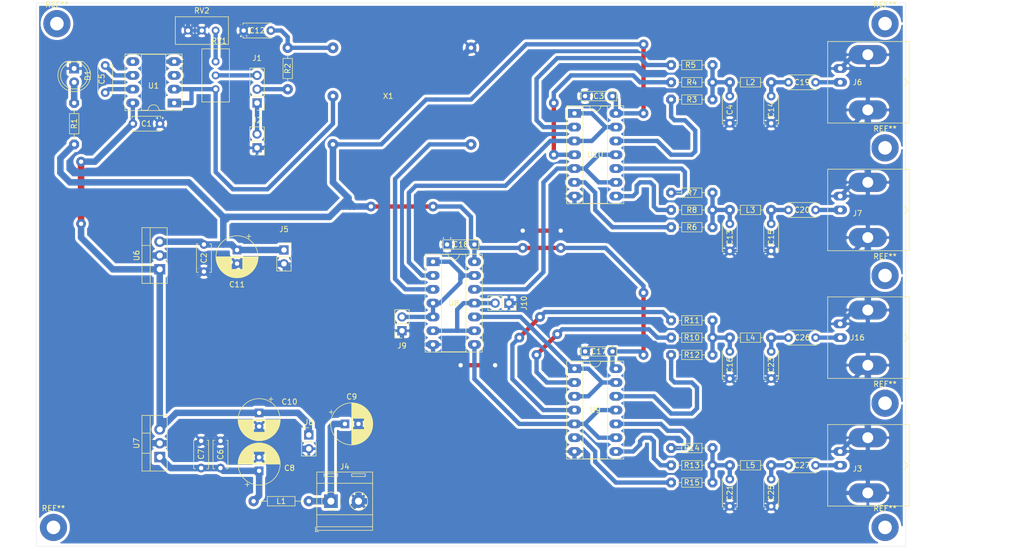
<source format=kicad_pcb>
(kicad_pcb (version 20171130) (host pcbnew "(5.1.0)-1")
  (layers (0 F.Cu signal) (31 B.Cu signal) (34 B.Paste user) (35 F.Paste user) (36 B.SilkS user) (37 F.SilkS user) (38 B.Mask user) (39 F.Mask user) (44 Edge.Cuts user))
  (net 0 "")
  (net 1 +9V)
  (net 2 GND)
  (net 3 +5V)
  (net 4 "Net-(C5-Pad1)")
  (net 5 "Net-(C5-Pad2)")
  (net 6 VCC)
  (net 7 "Net-(C9-Pad1)")
  (net 8 "Net-(C12-Pad1)")
  (net 9 "Net-(C13-Pad1)")
  (net 10 "Net-(C14-Pad1)")
  (net 11 "Net-(D1-Pad2)")
  (net 12 "Net-(J1-Pad1)")
  (net 13 "Net-(J1-Pad2)")
  (net 14 "Net-(J1-Pad3)")
  (net 15 "Net-(RV1-Pad1)")
  (net 16 "Net-(R3-Pad1)")
  (net 17 "Net-(R7-Pad1)")
  (net 18 "Net-(R8-Pad1)")
  (net 19 "Net-(R10-Pad1)")
  (net 20 "Net-(R11-Pad1)")
  (net 21 "Net-(R12-Pad1)")
  (net 22 "Net-(R13-Pad1)")
  (net 23 "Net-(R14-Pad1)")
  (net 24 "Net-(R15-Pad1)")
  (net 25 "Net-(C4-Pad1)")
  (net 26 "Net-(C20-Pad2)")
  (net 27 "Net-(C15-Pad1)")
  (net 28 "Net-(C16-Pad1)")
  (net 29 "Net-(C19-Pad2)")
  (net 30 "Net-(C21-Pad1)")
  (net 31 "Net-(C23-Pad1)")
  (net 32 "Net-(C25-Pad1)")
  (net 33 "Net-(C26-Pad2)")
  (net 34 "Net-(C27-Pad2)")
  (net 35 "Net-(R4-Pad1)")
  (net 36 "Net-(R5-Pad1)")
  (net 37 "Net-(R6-Pad1)")
  (net 38 "Net-(U10-Pad11)")
  (net 39 "Net-(U10-Pad1)")
  (net 40 "Net-(U8-Pad10)")
  (net 41 "Net-(U8-Pad3)")
  (net 42 "Net-(U8-Pad8)")
  (net 43 "Net-(J9-Pad2)")
  (net 44 "Net-(RV1-Pad3)")
  (net 45 "Net-(J10-Pad2)")
  (module TerminalBlock_RND:TerminalBlock_RND_205-00287_1x02_P5.08mm_Horizontal (layer F.Cu) (at 77.724 113.284)
    (fp_text reference J4 (at 2.54 -6.36 180) (layer F.SilkS))
    (fp_text value Screw_Terminal_01x02)
    (pad 1 thru_hole rect (at 0 0) (size 2.5 2.5) (drill 1.3) (layers *.Cu *.Mask) (net 7 "Net-(C9-Pad1)"))
    (pad 2 thru_hole circle (at 5.08 0) (size 2.5 2.5) (drill 1.3) (layers *.Cu *.Mask) (net 2 GND))
  )
  (module MountingHole:MountingHole_2.5mm_Pad (layer F.Cu) (at 179.705 71.755)
    (fp_text reference REF** (at 0 -3.5) (layer F.SilkS))
    (fp_text value MountingHole_2.5mm_Pad)
    (pad 1 thru_hole circle (at 0 0) (size 5 5) (drill 2.5) (layers *.Cu *.Mask))
  )
  (module MountingHole:MountingHole_2.5mm_Pad (layer F.Cu) (at 179.705 95.25)
    (fp_text reference REF** (at 0 -3.5) (layer F.SilkS))
    (fp_text value MountingHole_2.5mm_Pad)
    (pad 1 thru_hole circle (at 0 0) (size 5 5) (drill 2.5) (layers *.Cu *.Mask))
  )
  (module MountingHole:MountingHole_2.5mm_Pad (layer F.Cu) (at 179.705 48.26)
    (fp_text reference REF** (at 0 -3.5) (layer F.SilkS))
    (fp_text value MountingHole_2.5mm_Pad)
    (pad 1 thru_hole circle (at 0 0) (size 5 5) (drill 2.5) (layers *.Cu *.Mask))
  )
  (module MountingHole:MountingHole_2.5mm_Pad (layer F.Cu) (at 179.705 118.11)
    (fp_text reference REF** (at 0 -3.5) (layer F.SilkS))
    (fp_text value MountingHole_2.5mm_Pad)
    (pad 1 thru_hole circle (at 0 0) (size 5 5) (drill 2.5) (layers *.Cu *.Mask))
  )
  (module MountingHole:MountingHole_2.5mm_Pad (layer F.Cu) (at 179.705 25.4)
    (fp_text reference REF** (at 0 -3.5) (layer F.SilkS))
    (fp_text value MountingHole_2.5mm_Pad)
    (pad 1 thru_hole circle (at 0 0) (size 5 5) (drill 2.5) (layers *.Cu *.Mask))
  )
  (module MountingHole:MountingHole_2.5mm_Pad (layer F.Cu) (at 26.67 118.11)
    (fp_text reference REF** (at 0 -3.5) (layer F.SilkS))
    (fp_text value MountingHole_2.5mm_Pad)
    (pad 1 thru_hole circle (at 0 0) (size 5 5) (drill 2.5) (layers *.Cu *.Mask))
  )
  (module MountingHole:MountingHole_2.5mm_Pad (layer F.Cu) (at 27.305 25.4)
    (fp_text reference REF** (at 0 -3.5) (layer F.SilkS))
    (fp_text value MountingHole_2.5mm_Pad)
    (pad 1 thru_hole circle (at 0 0) (size 5 5) (drill 2.5) (layers *.Cu *.Mask))
  )
  (module 00-Fred-mod:NV47A1282 (layer F.Cu) (at 78.105 47.625)
    (fp_text reference X1 (at 10.16 -8.89) (layer F.SilkS))
    (fp_text value NV47A1282)
    (pad 3 thru_hole circle (at 0 0) (size 2 2) (drill 0.8) (layers *.Cu *.Mask) (net 3 +5V) (clearance 0.1))
    (pad 1 thru_hole circle (at 0 -17.78) (size 2 2) (drill 0.8) (layers *.Cu *.Mask) (net 8 "Net-(C12-Pad1)") (clearance 0.1))
    (pad 2 thru_hole circle (at 0 -8.89) (size 2 2) (drill 0.8) (layers *.Cu *.Mask) (net 15 "Net-(RV1-Pad1)") (clearance 0.1))
    (pad 4 thru_hole circle (at 25.4 0) (size 2 2) (drill 0.8) (layers *.Cu *.Mask) (net 41 "Net-(U8-Pad3)") (clearance 0.1))
    (pad 5 thru_hole circle (at 25.4 -17.78) (size 2 2) (drill 0.8) (layers *.Cu *.Mask) (net 2 GND) (clearance 0.1))
  )
  (module 00-Fred-mod:Cx (layer F.Cu) (at 129.54 85.725 180)
    (fp_text reference C17 (at 2.54 0 180) (layer F.SilkS))
    (fp_text value 100nf)
    (pad 1 thru_hole circle (at 0 0 180) (size 1.9 1.9) (drill 0.8) (layers *.Cu *.Mask) (net 3 +5V) (clearance 0.1))
    (pad 2 thru_hole circle (at 5.04 0 180) (size 1.9 1.9) (drill 0.8) (layers *.Cu *.Mask) (net 2 GND) (clearance 0.1))
  )
  (module Capacitor_THT:C_Disc_D5.0mm_W2.5mm_P5.00mm (layer F.Cu) (at 41.275 43.815)
    (fp_text reference C1 (at 2.5 0) (layer F.SilkS))
    (fp_text value 100nf)
    (pad 1 thru_hole circle (at 0 0) (size 1.6 1.6) (drill 0.8) (layers *.Cu *.Mask) (net 1 +9V))
    (pad 2 thru_hole circle (at 5 0) (size 1.6 1.6) (drill 0.8) (layers *.Cu *.Mask) (net 2 GND))
  )
  (module Capacitor_THT:C_Disc_D5.0mm_W2.5mm_P5.00mm (layer F.Cu) (at 54.356 66.04 270)
    (fp_text reference C2 (at 2.5 0 90) (layer F.SilkS))
    (fp_text value 100nf)
    (pad 2 thru_hole circle (at 5 0 270) (size 1.6 1.6) (drill 0.8) (layers *.Cu *.Mask) (net 2 GND))
    (pad 1 thru_hole circle (at 0 0 270) (size 1.6 1.6) (drill 0.8) (layers *.Cu *.Mask) (net 3 +5V))
  )
  (module Capacitor_THT:C_Disc_D5.0mm_W2.5mm_P5.00mm (layer F.Cu) (at 36.195 38.1 90)
    (fp_text reference C5 (at 2.5 -0.635 90) (layer F.SilkS))
    (fp_text value 10nf)
    (pad 1 thru_hole circle (at 0 0 90) (size 1.6 1.6) (drill 0.8) (layers *.Cu *.Mask) (net 4 "Net-(C5-Pad1)"))
    (pad 2 thru_hole circle (at 5 0 90) (size 1.6 1.6) (drill 0.8) (layers *.Cu *.Mask) (net 5 "Net-(C5-Pad2)"))
  )
  (module Capacitor_THT:C_Disc_D5.0mm_W2.5mm_P5.00mm (layer F.Cu) (at 57.404 107.188 90)
    (fp_text reference C6 (at 2.5 0 90) (layer F.SilkS))
    (fp_text value 10nf)
    (pad 2 thru_hole circle (at 5 0 90) (size 1.6 1.6) (drill 0.8) (layers *.Cu *.Mask) (net 2 GND))
    (pad 1 thru_hole circle (at 0 0 90) (size 1.6 1.6) (drill 0.8) (layers *.Cu *.Mask) (net 6 VCC))
  )
  (module Capacitor_THT:C_Disc_D5.0mm_W2.5mm_P5.00mm (layer F.Cu) (at 53.848 107.188 90)
    (fp_text reference C7 (at 2.54 0 270) (layer F.SilkS))
    (fp_text value 100nf)
    (pad 2 thru_hole circle (at 5 0 90) (size 1.6 1.6) (drill 0.8) (layers *.Cu *.Mask) (net 2 GND))
    (pad 1 thru_hole circle (at 0 0 90) (size 1.6 1.6) (drill 0.8) (layers *.Cu *.Mask) (net 6 VCC))
  )
  (module Capacitor_THT:CP_Radial_D7.5mm_P2.50mm (layer F.Cu) (at 64.516 107.696 90)
    (fp_text reference C8 (at 0.508 5.588 180) (layer F.SilkS))
    (fp_text value 10uf)
    (pad 1 thru_hole rect (at 0 0 90) (size 1.6 1.6) (drill 0.8) (layers *.Cu *.Mask) (net 6 VCC))
    (pad 2 thru_hole circle (at 2.5 0 90) (size 1.6 1.6) (drill 0.8) (layers *.Cu *.Mask) (net 2 GND))
  )
  (module Capacitor_THT:CP_Radial_D7.5mm_P2.50mm (layer F.Cu) (at 80.304 99.06)
    (fp_text reference C9 (at 1.25 -5 180) (layer F.SilkS))
    (fp_text value 10uf)
    (pad 1 thru_hole rect (at 0 0) (size 1.6 1.6) (drill 0.8) (layers *.Cu *.Mask) (net 7 "Net-(C9-Pad1)"))
    (pad 2 thru_hole circle (at 2.5 0) (size 1.6 1.6) (drill 0.8) (layers *.Cu *.Mask) (net 2 GND))
  )
  (module Capacitor_THT:CP_Radial_D7.5mm_P2.50mm (layer F.Cu) (at 64.516 97.028 270)
    (fp_text reference C10 (at -2.032 -5.588) (layer F.SilkS))
    (fp_text value 10uf)
    (pad 2 thru_hole circle (at 2.5 0 270) (size 1.6 1.6) (drill 0.8) (layers *.Cu *.Mask) (net 2 GND))
    (pad 1 thru_hole rect (at 0 0 270) (size 1.6 1.6) (drill 0.8) (layers *.Cu *.Mask) (net 1 +9V))
  )
  (module Capacitor_THT:CP_Radial_D7.5mm_P2.50mm (layer F.Cu) (at 60.452 67.056 270)
    (fp_text reference C11 (at 6.35 0) (layer F.SilkS))
    (fp_text value 10uf)
    (pad 2 thru_hole circle (at 2.5 0 270) (size 1.6 1.6) (drill 0.8) (layers *.Cu *.Mask) (net 2 GND))
    (pad 1 thru_hole rect (at 0 0 270) (size 1.6 1.6) (drill 0.8) (layers *.Cu *.Mask) (net 3 +5V))
  )
  (module Capacitor_THT:C_Disc_D5.0mm_W2.5mm_P5.00mm (layer F.Cu) (at 66.675 26.67 180)
    (fp_text reference C12 (at 2.54 0 180) (layer F.SilkS))
    (fp_text value 100nf)
    (pad 1 thru_hole circle (at 0 0 180) (size 1.6 1.6) (drill 0.8) (layers *.Cu *.Mask) (net 8 "Net-(C12-Pad1)"))
    (pad 2 thru_hole circle (at 5 0 180) (size 1.6 1.6) (drill 0.8) (layers *.Cu *.Mask) (net 2 GND))
  )
  (module LED_THT:LED_D5.0mm_Clear (layer F.Cu) (at 30.48 33.655 270)
    (fp_text reference D1 (at 1.27 -2.5 270) (layer F.SilkS))
    (fp_text value LED)
    (pad 1 thru_hole rect (at 0 0 270) (size 1.8 1.8) (drill 0.9) (layers *.Cu *.Mask) (net 2 GND))
    (pad 2 thru_hole circle (at 2.54 0 270) (size 1.8 1.8) (drill 0.9) (layers *.Cu *.Mask) (net 11 "Net-(D1-Pad2)"))
  )
  (module Connector_PinHeader_2.54mm:PinHeader_1x03_P2.54mm_Vertical (layer F.Cu) (at 64.135 40.005 180)
    (fp_text reference J1 (at 0 8.255 180) (layer F.SilkS))
    (fp_text value Conn_01x03)
    (pad 1 thru_hole rect (at 0 0 180) (size 1.7 1.7) (drill 1) (layers *.Cu *.Mask) (net 12 "Net-(J1-Pad1)"))
    (pad 2 thru_hole oval (at 0 2.54 180) (size 1.7 1.7) (drill 1) (layers *.Cu *.Mask) (net 13 "Net-(J1-Pad2)"))
    (pad 3 thru_hole oval (at 0 5.08 180) (size 1.7 1.7) (drill 1) (layers *.Cu *.Mask) (net 14 "Net-(J1-Pad3)"))
  )
  (module Connector_PinHeader_2.54mm:PinHeader_1x02_P2.54mm_Vertical (layer F.Cu) (at 64.135 48.26 180)
    (fp_text reference J2 (at 0 5.08 180) (layer F.SilkS))
    (fp_text value Conn_01x02)
    (pad 1 thru_hole rect (at 0 0 180) (size 1.7 1.7) (drill 1) (layers *.Cu *.Mask) (net 2 GND))
    (pad 2 thru_hole oval (at 0 2.54 180) (size 1.7 1.7) (drill 1) (layers *.Cu *.Mask) (net 12 "Net-(J1-Pad1)"))
  )
  (module Connector_PinSocket_2.54mm:PinSocket_1x02_P2.54mm_Vertical (layer F.Cu) (at 69.088 67.056)
    (fp_text reference J5 (at 0 -3.81) (layer F.SilkS))
    (fp_text value Conn_01x02)
    (pad 1 thru_hole rect (at 0 0) (size 1.7 1.7) (drill 1) (layers *.Cu *.Mask) (net 3 +5V))
    (pad 2 thru_hole oval (at 0 2.54) (size 1.7 1.7) (drill 1) (layers *.Cu *.Mask) (net 2 GND))
  )
  (module Connector_PinHeader_2.54mm:PinHeader_1x02_P2.54mm_Vertical (layer F.Cu) (at 73.66 101.092)
    (fp_text reference J8 (at 0 -2.33) (layer F.SilkS))
    (fp_text value Conn_01x02)
    (pad 2 thru_hole oval (at 0 2.54) (size 1.7 1.7) (drill 1) (layers *.Cu *.Mask) (net 2 GND))
    (pad 1 thru_hole rect (at 0 0) (size 1.7 1.7) (drill 1) (layers *.Cu *.Mask) (net 1 +9V))
  )
  (module 00-Fred-mod:Rx4 (layer F.Cu) (at 63.5 113.284)
    (fp_text reference L1 (at 5.08 0) (layer F.SilkS))
    (fp_text value L)
    (pad 1 thru_hole circle (at 0 0) (size 1.9 1.9) (drill 0.8) (layers *.Cu *.Mask) (net 6 VCC) (clearance 0.1))
    (pad 2 thru_hole circle (at 10.16 0) (size 1.9 1.9) (drill 0.8) (layers *.Cu *.Mask) (net 7 "Net-(C9-Pad1)") (clearance 0.1))
  )
  (module 00-Fred-mod:H-Rx (layer F.Cu) (at 30.48 47.625 90)
    (fp_text reference R1 (at 3.81 0 90) (layer F.SilkS))
    (fp_text value 180R)
    (pad 1 thru_hole custom (at 0 0 180) (size 1.8 1.8) (drill 0.8) (layers *.Cu F.Mask) (net 3 +5V) (clearance 0.1) (options (clearance outline) (anchor circle)) (primitives (gr_poly (pts (xy -0.37 0.9) (xy 0.37 0.9) (xy 0.9 0.37) (xy 0.9 -0.37) (xy 0.37 -0.9) (xy -0.37 -0.9) (xy -0.9 -0.37) (xy -0.9 0.37)) (width 0))))
    (pad 2 thru_hole custom (at 7.62 0 180) (size 1.8 1.8) (drill 0.8) (layers *.Cu F.Mask) (net 11 "Net-(D1-Pad2)") (clearance 0.1) (options (clearance outline) (anchor circle)) (primitives (gr_poly (pts (xy -0.37 0.9) (xy 0.37 0.9) (xy 0.9 0.37) (xy 0.9 -0.37) (xy 0.37 -0.9) (xy -0.37 -0.9) (xy -0.9 -0.37) (xy -0.9 0.37)) (width 0))))
  )
  (module 00-Fred-mod:Rx (layer F.Cu) (at 69.775001 37.469999 90)
    (fp_text reference R2 (at 3.81 0 90) (layer F.SilkS))
    (fp_text value 1k)
    (pad 1 thru_hole circle (at 0 0 90) (size 1.9 1.9) (drill 0.8) (layers *.Cu *.Mask) (net 13 "Net-(J1-Pad2)") (clearance 0.1))
    (pad 2 thru_hole circle (at 7.62 0 90) (size 1.9 1.9) (drill 0.8) (layers *.Cu *.Mask) (net 8 "Net-(C12-Pad1)") (clearance 0.1))
  )
  (module Potentiometer_THT:Potentiometer_Bourns_3296W_Vertical (layer F.Cu) (at 56.515 37.465 270)
    (fp_text reference RV1 (at -8.89 -0.635) (layer F.SilkS))
    (fp_text value 10k)
    (pad 1 thru_hole circle (at 0 0 270) (size 1.44 1.44) (drill 0.8) (layers *.Cu *.Mask) (net 15 "Net-(RV1-Pad1)"))
    (pad 2 thru_hole circle (at -2.54 0 270) (size 1.44 1.44) (drill 0.8) (layers *.Cu *.Mask) (net 14 "Net-(J1-Pad3)"))
    (pad 3 thru_hole circle (at -5.08 0 270) (size 1.44 1.44) (drill 0.8) (layers *.Cu *.Mask) (net 44 "Net-(RV1-Pad3)"))
  )
  (module Package_TO_SOT_THT:TO-220-3_Vertical (layer F.Cu) (at 46.228 70.612 90)
    (fp_text reference U6 (at 2.54 -4.27 90) (layer F.SilkS))
    (fp_text value 7805)
    (pad 3 thru_hole oval (at 5.08 0 90) (size 1.905 2) (drill 1.1) (layers *.Cu *.Mask) (net 3 +5V))
    (pad 2 thru_hole oval (at 2.54 0 90) (size 1.905 2) (drill 1.1) (layers *.Cu *.Mask) (net 2 GND))
    (pad 1 thru_hole rect (at 0 0 90) (size 1.905 2) (drill 1.1) (layers *.Cu *.Mask) (net 1 +9V))
  )
  (module Package_TO_SOT_THT:TO-220-3_Vertical (layer F.Cu) (at 46.228 105.156 90)
    (fp_text reference U7 (at 2.54 -4.27 90) (layer F.SilkS))
    (fp_text value 7809)
    (pad 1 thru_hole rect (at 0 0 90) (size 1.905 2) (drill 1.1) (layers *.Cu *.Mask) (net 6 VCC))
    (pad 2 thru_hole oval (at 2.54 0 90) (size 1.905 2) (drill 1.1) (layers *.Cu *.Mask) (net 2 GND))
    (pad 3 thru_hole oval (at 5.08 0 90) (size 1.905 2) (drill 1.1) (layers *.Cu *.Mask) (net 1 +9V))
  )
  (module Connector_Coaxial:BNC_Amphenol_B6252HB-NPP3G-50_Horizontal (layer F.Cu) (at 171.45 83.185 270)
    (fp_text reference J16 (at 0 -3.175) (layer F.SilkS))
    (fp_text value xxHz)
    (pad 2 thru_hole oval (at -2.54 0 270) (size 1.6 2.5) (drill 0.89) (layers *.Cu *.Mask) (net 2 GND))
    (pad 1 thru_hole oval (at 0 0 270) (size 1.6 2.5) (drill 0.89) (layers *.Cu *.Mask) (net 33 "Net-(C26-Pad2)"))
    (pad 2 thru_hole oval (at 5.08 -5.08 270) (size 3.5 7) (drill 2.01) (layers *.Cu *.Mask) (net 2 GND))
    (pad 2 thru_hole oval (at -5.08 -5.08 270) (size 3.5 7) (drill 2.01) (layers *.Cu *.Mask) (net 2 GND))
  )
  (module 00-Fred-mod:Cx (layer F.Cu) (at 104.14 66.04 180)
    (fp_text reference C18 (at 2.54 0 180) (layer F.SilkS))
    (fp_text value 100nf)
    (pad 2 thru_hole circle (at 5.04 0 180) (size 1.9 1.9) (drill 0.8) (layers *.Cu *.Mask) (net 2 GND) (clearance 0.1))
    (pad 1 thru_hole circle (at 0 0 180) (size 1.9 1.9) (drill 0.8) (layers *.Cu *.Mask) (net 3 +5V) (clearance 0.1))
  )
  (module 00-Fred-mod:H-Rx (layer F.Cu) (at 140.335 83.185)
    (fp_text reference R10 (at 3.81 0) (layer F.SilkS))
    (fp_text value 150)
    (pad 1 thru_hole custom (at 0 0 90) (size 1.8 1.8) (drill 0.8) (layers *.Cu F.Mask) (net 19 "Net-(R10-Pad1)") (clearance 0.1) (options (clearance outline) (anchor circle)) (primitives (gr_poly (pts (xy -0.37 0.9) (xy 0.37 0.9) (xy 0.9 0.37) (xy 0.9 -0.37) (xy 0.37 -0.9) (xy -0.37 -0.9) (xy -0.9 -0.37) (xy -0.9 0.37)) (width 0))))
    (pad 2 thru_hole custom (at 7.62 0 90) (size 1.8 1.8) (drill 0.8) (layers *.Cu F.Mask) (net 28 "Net-(C16-Pad1)") (clearance 0.1) (options (clearance outline) (anchor circle)) (primitives (gr_poly (pts (xy -0.37 0.9) (xy 0.37 0.9) (xy 0.9 0.37) (xy 0.9 -0.37) (xy 0.37 -0.9) (xy -0.37 -0.9) (xy -0.9 -0.37) (xy -0.9 0.37)) (width 0))))
  )
  (module 00-Fred-mod:H-Rx (layer F.Cu) (at 140.335 80.01)
    (fp_text reference R11 (at 3.81 0) (layer F.SilkS))
    (fp_text value 150)
    (pad 2 thru_hole custom (at 7.62 0 90) (size 1.8 1.8) (drill 0.8) (layers *.Cu F.Mask) (net 28 "Net-(C16-Pad1)") (clearance 0.1) (options (clearance outline) (anchor circle)) (primitives (gr_poly (pts (xy -0.37 0.9) (xy 0.37 0.9) (xy 0.9 0.37) (xy 0.9 -0.37) (xy 0.37 -0.9) (xy -0.37 -0.9) (xy -0.9 -0.37) (xy -0.9 0.37)) (width 0))))
    (pad 1 thru_hole custom (at 0 0 90) (size 1.8 1.8) (drill 0.8) (layers *.Cu F.Mask) (net 20 "Net-(R11-Pad1)") (clearance 0.1) (options (clearance outline) (anchor circle)) (primitives (gr_poly (pts (xy -0.37 0.9) (xy 0.37 0.9) (xy 0.9 0.37) (xy 0.9 -0.37) (xy 0.37 -0.9) (xy -0.37 -0.9) (xy -0.9 -0.37) (xy -0.9 0.37)) (width 0))))
  )
  (module 00-Fred-mod:H-Rx (layer F.Cu) (at 140.335 86.36)
    (fp_text reference R12 (at 3.81 0) (layer F.SilkS))
    (fp_text value 150)
    (pad 1 thru_hole custom (at 0 0 90) (size 1.8 1.8) (drill 0.8) (layers *.Cu F.Mask) (net 21 "Net-(R12-Pad1)") (clearance 0.1) (options (clearance outline) (anchor circle)) (primitives (gr_poly (pts (xy -0.37 0.9) (xy 0.37 0.9) (xy 0.9 0.37) (xy 0.9 -0.37) (xy 0.37 -0.9) (xy -0.37 -0.9) (xy -0.9 -0.37) (xy -0.9 0.37)) (width 0))))
    (pad 2 thru_hole custom (at 7.62 0 90) (size 1.8 1.8) (drill 0.8) (layers *.Cu F.Mask) (net 28 "Net-(C16-Pad1)") (clearance 0.1) (options (clearance outline) (anchor circle)) (primitives (gr_poly (pts (xy -0.37 0.9) (xy 0.37 0.9) (xy 0.9 0.37) (xy 0.9 -0.37) (xy 0.37 -0.9) (xy -0.37 -0.9) (xy -0.9 -0.37) (xy -0.9 0.37)) (width 0))))
  )
  (module 00-Fred-mod:H-Rx (layer F.Cu) (at 140.335 106.68)
    (fp_text reference R13 (at 3.81 0) (layer F.SilkS))
    (fp_text value 150)
    (pad 2 thru_hole custom (at 7.62 0 90) (size 1.8 1.8) (drill 0.8) (layers *.Cu F.Mask) (net 30 "Net-(C21-Pad1)") (clearance 0.1) (options (clearance outline) (anchor circle)) (primitives (gr_poly (pts (xy -0.37 0.9) (xy 0.37 0.9) (xy 0.9 0.37) (xy 0.9 -0.37) (xy 0.37 -0.9) (xy -0.37 -0.9) (xy -0.9 -0.37) (xy -0.9 0.37)) (width 0))))
    (pad 1 thru_hole custom (at 0 0 90) (size 1.8 1.8) (drill 0.8) (layers *.Cu F.Mask) (net 22 "Net-(R13-Pad1)") (clearance 0.1) (options (clearance outline) (anchor circle)) (primitives (gr_poly (pts (xy -0.37 0.9) (xy 0.37 0.9) (xy 0.9 0.37) (xy 0.9 -0.37) (xy 0.37 -0.9) (xy -0.37 -0.9) (xy -0.9 -0.37) (xy -0.9 0.37)) (width 0))))
  )
  (module 00-Fred-mod:H-Rx (layer F.Cu) (at 140.335 103.505)
    (fp_text reference R14 (at 3.81 0) (layer F.SilkS))
    (fp_text value 150)
    (pad 1 thru_hole custom (at 0 0 90) (size 1.8 1.8) (drill 0.8) (layers *.Cu F.Mask) (net 23 "Net-(R14-Pad1)") (clearance 0.1) (options (clearance outline) (anchor circle)) (primitives (gr_poly (pts (xy -0.37 0.9) (xy 0.37 0.9) (xy 0.9 0.37) (xy 0.9 -0.37) (xy 0.37 -0.9) (xy -0.37 -0.9) (xy -0.9 -0.37) (xy -0.9 0.37)) (width 0))))
    (pad 2 thru_hole custom (at 7.62 0 90) (size 1.8 1.8) (drill 0.8) (layers *.Cu F.Mask) (net 30 "Net-(C21-Pad1)") (clearance 0.1) (options (clearance outline) (anchor circle)) (primitives (gr_poly (pts (xy -0.37 0.9) (xy 0.37 0.9) (xy 0.9 0.37) (xy 0.9 -0.37) (xy 0.37 -0.9) (xy -0.37 -0.9) (xy -0.9 -0.37) (xy -0.9 0.37)) (width 0))))
  )
  (module 00-Fred-mod:H-Rx (layer F.Cu) (at 140.335 109.855)
    (fp_text reference R15 (at 3.81 0) (layer F.SilkS))
    (fp_text value 150)
    (pad 2 thru_hole custom (at 7.62 0 90) (size 1.8 1.8) (drill 0.8) (layers *.Cu F.Mask) (net 30 "Net-(C21-Pad1)") (clearance 0.1) (options (clearance outline) (anchor circle)) (primitives (gr_poly (pts (xy -0.37 0.9) (xy 0.37 0.9) (xy 0.9 0.37) (xy 0.9 -0.37) (xy 0.37 -0.9) (xy -0.37 -0.9) (xy -0.9 -0.37) (xy -0.9 0.37)) (width 0))))
    (pad 1 thru_hole custom (at 0 0 90) (size 1.8 1.8) (drill 0.8) (layers *.Cu F.Mask) (net 24 "Net-(R15-Pad1)") (clearance 0.1) (options (clearance outline) (anchor circle)) (primitives (gr_poly (pts (xy -0.37 0.9) (xy 0.37 0.9) (xy 0.9 0.37) (xy 0.9 -0.37) (xy 0.37 -0.9) (xy -0.37 -0.9) (xy -0.9 -0.37) (xy -0.9 0.37)) (width 0))))
  )
  (module Package_DIP:DIP-14_W7.62mm_Socket_LongPads (layer F.Cu) (at 96.52 69.215)
    (fp_text reference U8 (at 3.81 7.62) (layer F.SilkS))
    (fp_text value 74HC04)
    (pad 14 thru_hole oval (at 7.62 0) (size 2.4 1.6) (drill 0.8) (layers *.Cu *.Mask) (net 3 +5V))
    (pad 7 thru_hole oval (at 0 15.24) (size 2.4 1.6) (drill 0.8) (layers *.Cu *.Mask) (net 2 GND))
    (pad 13 thru_hole oval (at 7.62 2.54) (size 2.4 1.6) (drill 0.8) (layers *.Cu *.Mask) (net 43 "Net-(J9-Pad2)"))
    (pad 6 thru_hole oval (at 0 12.7) (size 2.4 1.6) (drill 0.8) (layers *.Cu *.Mask) (net 45 "Net-(J10-Pad2)"))
    (pad 12 thru_hole oval (at 7.62 5.08) (size 2.4 1.6) (drill 0.8) (layers *.Cu *.Mask) (net 38 "Net-(U10-Pad11)"))
    (pad 5 thru_hole oval (at 0 10.16) (size 2.4 1.6) (drill 0.8) (layers *.Cu *.Mask) (net 43 "Net-(J9-Pad2)"))
    (pad 11 thru_hole oval (at 7.62 7.62) (size 2.4 1.6) (drill 0.8) (layers *.Cu *.Mask) (net 45 "Net-(J10-Pad2)"))
    (pad 4 thru_hole oval (at 0 7.62) (size 2.4 1.6) (drill 0.8) (layers *.Cu *.Mask) (net 43 "Net-(J9-Pad2)"))
    (pad 10 thru_hole oval (at 7.62 10.16) (size 2.4 1.6) (drill 0.8) (layers *.Cu *.Mask) (net 40 "Net-(U8-Pad10)"))
    (pad 3 thru_hole oval (at 0 5.08) (size 2.4 1.6) (drill 0.8) (layers *.Cu *.Mask) (net 41 "Net-(U8-Pad3)"))
    (pad 9 thru_hole oval (at 7.62 12.7) (size 2.4 1.6) (drill 0.8) (layers *.Cu *.Mask) (net 45 "Net-(J10-Pad2)"))
    (pad 2 thru_hole oval (at 0 2.54) (size 2.4 1.6) (drill 0.8) (layers *.Cu *.Mask) (net 39 "Net-(U10-Pad1)"))
    (pad 8 thru_hole oval (at 7.62 15.24) (size 2.4 1.6) (drill 0.8) (layers *.Cu *.Mask) (net 42 "Net-(U8-Pad8)"))
    (pad 1 thru_hole rect (at 0 0) (size 2.4 1.6) (drill 0.8) (layers *.Cu *.Mask) (net 43 "Net-(J9-Pad2)"))
  )
  (module Package_DIP:DIP-14_W7.62mm_Socket_LongPads (layer F.Cu) (at 122.555 88.9)
    (fp_text reference U9 (at 3.81 7.62) (layer F.SilkS))
    (fp_text value 74HC04)
    (pad 1 thru_hole rect (at 0 0) (size 2.4 1.6) (drill 0.8) (layers *.Cu *.Mask) (net 40 "Net-(U8-Pad10)"))
    (pad 8 thru_hole oval (at 7.62 15.24) (size 2.4 1.6) (drill 0.8) (layers *.Cu *.Mask) (net 22 "Net-(R13-Pad1)"))
    (pad 2 thru_hole oval (at 0 2.54) (size 2.4 1.6) (drill 0.8) (layers *.Cu *.Mask) (net 19 "Net-(R10-Pad1)"))
    (pad 9 thru_hole oval (at 7.62 12.7) (size 2.4 1.6) (drill 0.8) (layers *.Cu *.Mask) (net 42 "Net-(U8-Pad8)"))
    (pad 3 thru_hole oval (at 0 5.08) (size 2.4 1.6) (drill 0.8) (layers *.Cu *.Mask) (net 40 "Net-(U8-Pad10)"))
    (pad 10 thru_hole oval (at 7.62 10.16) (size 2.4 1.6) (drill 0.8) (layers *.Cu *.Mask) (net 23 "Net-(R14-Pad1)"))
    (pad 4 thru_hole oval (at 0 7.62) (size 2.4 1.6) (drill 0.8) (layers *.Cu *.Mask) (net 20 "Net-(R11-Pad1)"))
    (pad 11 thru_hole oval (at 7.62 7.62) (size 2.4 1.6) (drill 0.8) (layers *.Cu *.Mask) (net 42 "Net-(U8-Pad8)"))
    (pad 5 thru_hole oval (at 0 10.16) (size 2.4 1.6) (drill 0.8) (layers *.Cu *.Mask) (net 42 "Net-(U8-Pad8)"))
    (pad 12 thru_hole oval (at 7.62 5.08) (size 2.4 1.6) (drill 0.8) (layers *.Cu *.Mask) (net 21 "Net-(R12-Pad1)"))
    (pad 6 thru_hole oval (at 0 12.7) (size 2.4 1.6) (drill 0.8) (layers *.Cu *.Mask) (net 24 "Net-(R15-Pad1)"))
    (pad 13 thru_hole oval (at 7.62 2.54) (size 2.4 1.6) (drill 0.8) (layers *.Cu *.Mask) (net 40 "Net-(U8-Pad10)"))
    (pad 7 thru_hole oval (at 0 15.24) (size 2.4 1.6) (drill 0.8) (layers *.Cu *.Mask) (net 2 GND))
    (pad 14 thru_hole oval (at 7.62 0) (size 2.4 1.6) (drill 0.8) (layers *.Cu *.Mask) (net 3 +5V))
  )
  (module Capacitor_THT:C_Disc_D5.0mm_W2.5mm_P5.00mm (layer F.Cu) (at 151.13 85.725 270)
    (fp_text reference C16 (at 2.5 0 270) (layer F.SilkS))
    (fp_text value 330pf)
    (pad 1 thru_hole circle (at 0 0 270) (size 1.6 1.6) (drill 0.8) (layers *.Cu *.Mask) (net 28 "Net-(C16-Pad1)"))
    (pad 2 thru_hole circle (at 5 0 270) (size 1.6 1.6) (drill 0.8) (layers *.Cu *.Mask) (net 2 GND))
  )
  (module Capacitor_THT:C_Disc_D5.0mm_W2.5mm_P5.00mm (layer F.Cu) (at 151.13 109.22 270)
    (fp_text reference C21 (at 2.54 0 270) (layer F.SilkS))
    (fp_text value 330pf)
    (pad 1 thru_hole circle (at 0 0 270) (size 1.6 1.6) (drill 0.8) (layers *.Cu *.Mask) (net 30 "Net-(C21-Pad1)"))
    (pad 2 thru_hole circle (at 5 0 270) (size 1.6 1.6) (drill 0.8) (layers *.Cu *.Mask) (net 2 GND))
  )
  (module Capacitor_THT:C_Disc_D5.0mm_W2.5mm_P5.00mm (layer F.Cu) (at 158.75 85.725 270)
    (fp_text reference C23 (at 2.5 0 270) (layer F.SilkS))
    (fp_text value 330pf)
    (pad 2 thru_hole circle (at 5 0 270) (size 1.6 1.6) (drill 0.8) (layers *.Cu *.Mask) (net 2 GND))
    (pad 1 thru_hole circle (at 0 0 270) (size 1.6 1.6) (drill 0.8) (layers *.Cu *.Mask) (net 31 "Net-(C23-Pad1)"))
  )
  (module Capacitor_THT:C_Disc_D5.0mm_W2.5mm_P5.00mm (layer F.Cu) (at 158.75 109.22 270)
    (fp_text reference C25 (at 2.5 0 270) (layer F.SilkS))
    (fp_text value 330pf)
    (pad 2 thru_hole circle (at 5 0 270) (size 1.6 1.6) (drill 0.8) (layers *.Cu *.Mask) (net 2 GND))
    (pad 1 thru_hole circle (at 0 0 270) (size 1.6 1.6) (drill 0.8) (layers *.Cu *.Mask) (net 32 "Net-(C25-Pad1)"))
  )
  (module Capacitor_THT:C_Disc_D5.0mm_W2.5mm_P5.00mm (layer F.Cu) (at 161.925 83.185)
    (fp_text reference C26 (at 2.54 0) (layer F.SilkS))
    (fp_text value 10nf)
    (pad 2 thru_hole circle (at 5 0) (size 1.6 1.6) (drill 0.8) (layers *.Cu *.Mask) (net 33 "Net-(C26-Pad2)"))
    (pad 1 thru_hole circle (at 0 0) (size 1.6 1.6) (drill 0.8) (layers *.Cu *.Mask) (net 31 "Net-(C23-Pad1)"))
  )
  (module Capacitor_THT:C_Disc_D5.0mm_W2.5mm_P5.00mm (layer F.Cu) (at 161.925 106.68)
    (fp_text reference C27 (at 2.5 0) (layer F.SilkS))
    (fp_text value 10nf)
    (pad 1 thru_hole circle (at 0 0) (size 1.6 1.6) (drill 0.8) (layers *.Cu *.Mask) (net 32 "Net-(C25-Pad1)"))
    (pad 2 thru_hole circle (at 5 0) (size 1.6 1.6) (drill 0.8) (layers *.Cu *.Mask) (net 34 "Net-(C27-Pad2)"))
  )
  (module Connector_Coaxial:BNC_Amphenol_B6252HB-NPP3G-50_Horizontal (layer F.Cu) (at 171.45 106.68 270)
    (fp_text reference J3 (at 0.635 -3.175 180) (layer F.SilkS))
    (fp_text value xxHz)
    (pad 2 thru_hole oval (at -5.08 -5.08 270) (size 3.5 7) (drill 2.01) (layers *.Cu *.Mask) (net 2 GND))
    (pad 2 thru_hole oval (at 5.08 -5.08 270) (size 3.5 7) (drill 2.01) (layers *.Cu *.Mask) (net 2 GND))
    (pad 1 thru_hole oval (at 0 0 270) (size 1.6 2.5) (drill 0.89) (layers *.Cu *.Mask) (net 34 "Net-(C27-Pad2)"))
    (pad 2 thru_hole oval (at -2.54 0 270) (size 1.6 2.5) (drill 0.89) (layers *.Cu *.Mask) (net 2 GND))
  )
  (module 00-Fred-mod:Rx (layer F.Cu) (at 151.13 83.185)
    (fp_text reference L4 (at 3.81 0) (layer F.SilkS))
    (fp_text value 1uH)
    (pad 1 thru_hole circle (at 0 0) (size 1.9 1.9) (drill 0.8) (layers *.Cu *.Mask) (net 28 "Net-(C16-Pad1)") (clearance 0.1))
    (pad 2 thru_hole circle (at 7.62 0) (size 1.9 1.9) (drill 0.8) (layers *.Cu *.Mask) (net 31 "Net-(C23-Pad1)") (clearance 0.1))
  )
  (module 00-Fred-mod:Rx (layer F.Cu) (at 151.13 106.68)
    (fp_text reference L5 (at 3.81 0) (layer F.SilkS))
    (fp_text value 1uH)
    (pad 2 thru_hole circle (at 7.62 0) (size 1.9 1.9) (drill 0.8) (layers *.Cu *.Mask) (net 32 "Net-(C25-Pad1)") (clearance 0.1))
    (pad 1 thru_hole circle (at 0 0) (size 1.9 1.9) (drill 0.8) (layers *.Cu *.Mask) (net 30 "Net-(C21-Pad1)") (clearance 0.1))
  )
  (module 00-Fred-mod:Cx (layer F.Cu) (at 129.54 38.735 180)
    (fp_text reference C3 (at 2.54 0 180) (layer F.SilkS))
    (fp_text value 100nf)
    (pad 1 thru_hole circle (at 0 0 180) (size 1.9 1.9) (drill 0.8) (layers *.Cu *.Mask) (net 3 +5V) (clearance 0.1))
    (pad 2 thru_hole circle (at 5.04 0 180) (size 1.9 1.9) (drill 0.8) (layers *.Cu *.Mask) (net 2 GND) (clearance 0.1))
  )
  (module Capacitor_THT:C_Disc_D5.0mm_W2.5mm_P5.00mm (layer F.Cu) (at 151.13 38.735 270)
    (fp_text reference C4 (at 2.5 0 270) (layer F.SilkS))
    (fp_text value 330pf)
    (pad 2 thru_hole circle (at 5 0 270) (size 1.6 1.6) (drill 0.8) (layers *.Cu *.Mask) (net 2 GND))
    (pad 1 thru_hole circle (at 0 0 270) (size 1.6 1.6) (drill 0.8) (layers *.Cu *.Mask) (net 25 "Net-(C4-Pad1)"))
  )
  (module Capacitor_THT:C_Disc_D5.0mm_W2.5mm_P5.00mm (layer F.Cu) (at 151.13 62.23 270)
    (fp_text reference C13 (at 2.5 0 270) (layer F.SilkS))
    (fp_text value 330pf)
    (pad 2 thru_hole circle (at 5 0 270) (size 1.6 1.6) (drill 0.8) (layers *.Cu *.Mask) (net 2 GND))
    (pad 1 thru_hole circle (at 0 0 270) (size 1.6 1.6) (drill 0.8) (layers *.Cu *.Mask) (net 9 "Net-(C13-Pad1)"))
  )
  (module Capacitor_THT:C_Disc_D5.0mm_W2.5mm_P5.00mm (layer F.Cu) (at 158.75 38.735 270)
    (fp_text reference C14 (at 2.54 0 270) (layer F.SilkS))
    (fp_text value 330pf)
    (pad 1 thru_hole circle (at 0 0 270) (size 1.6 1.6) (drill 0.8) (layers *.Cu *.Mask) (net 10 "Net-(C14-Pad1)"))
    (pad 2 thru_hole circle (at 5 0 270) (size 1.6 1.6) (drill 0.8) (layers *.Cu *.Mask) (net 2 GND))
  )
  (module Capacitor_THT:C_Disc_D5.0mm_W2.5mm_P5.00mm (layer F.Cu) (at 158.75 62.23 270)
    (fp_text reference C15 (at 2.5 0 270) (layer F.SilkS))
    (fp_text value 330pf)
    (pad 1 thru_hole circle (at 0 0 270) (size 1.6 1.6) (drill 0.8) (layers *.Cu *.Mask) (net 27 "Net-(C15-Pad1)"))
    (pad 2 thru_hole circle (at 5 0 270) (size 1.6 1.6) (drill 0.8) (layers *.Cu *.Mask) (net 2 GND))
  )
  (module Capacitor_THT:C_Disc_D5.0mm_W2.5mm_P5.00mm (layer F.Cu) (at 161.925 36.195)
    (fp_text reference C19 (at 2.5 0) (layer F.SilkS))
    (fp_text value 10nf)
    (pad 1 thru_hole circle (at 0 0) (size 1.6 1.6) (drill 0.8) (layers *.Cu *.Mask) (net 10 "Net-(C14-Pad1)"))
    (pad 2 thru_hole circle (at 5 0) (size 1.6 1.6) (drill 0.8) (layers *.Cu *.Mask) (net 29 "Net-(C19-Pad2)"))
  )
  (module Capacitor_THT:C_Disc_D5.0mm_W2.5mm_P5.00mm (layer F.Cu) (at 161.925 59.69)
    (fp_text reference C20 (at 2.5 0) (layer F.SilkS))
    (fp_text value 10nf)
    (pad 2 thru_hole circle (at 5 0) (size 1.6 1.6) (drill 0.8) (layers *.Cu *.Mask) (net 26 "Net-(C20-Pad2)"))
    (pad 1 thru_hole circle (at 0 0) (size 1.6 1.6) (drill 0.8) (layers *.Cu *.Mask) (net 27 "Net-(C15-Pad1)"))
  )
  (module Connector_Coaxial:BNC_Amphenol_B6252HB-NPP3G-50_Horizontal (layer F.Cu) (at 171.45 36.195 270)
    (fp_text reference J6 (at 0 -3.175) (layer F.SilkS))
    (fp_text value xxHz)
    (pad 2 thru_hole oval (at -2.54 0 270) (size 1.6 2.5) (drill 0.89) (layers *.Cu *.Mask) (net 2 GND))
    (pad 1 thru_hole oval (at 0 0 270) (size 1.6 2.5) (drill 0.89) (layers *.Cu *.Mask) (net 29 "Net-(C19-Pad2)"))
    (pad 2 thru_hole oval (at 5.08 -5.08 270) (size 3.5 7) (drill 2.01) (layers *.Cu *.Mask) (net 2 GND))
    (pad 2 thru_hole oval (at -5.08 -5.08 270) (size 3.5 7) (drill 2.01) (layers *.Cu *.Mask) (net 2 GND))
  )
  (module Connector_Coaxial:BNC_Amphenol_B6252HB-NPP3G-50_Horizontal (layer F.Cu) (at 171.45 59.69 270)
    (fp_text reference J7 (at 0.635 -3.175) (layer F.SilkS))
    (fp_text value xxHz)
    (pad 2 thru_hole oval (at -5.08 -5.08 270) (size 3.5 7) (drill 2.01) (layers *.Cu *.Mask) (net 2 GND))
    (pad 2 thru_hole oval (at 5.08 -5.08 270) (size 3.5 7) (drill 2.01) (layers *.Cu *.Mask) (net 2 GND))
    (pad 1 thru_hole oval (at 0 0 270) (size 1.6 2.5) (drill 0.89) (layers *.Cu *.Mask) (net 26 "Net-(C20-Pad2)"))
    (pad 2 thru_hole oval (at -2.54 0 270) (size 1.6 2.5) (drill 0.89) (layers *.Cu *.Mask) (net 2 GND))
  )
  (module 00-Fred-mod:Rx (layer F.Cu) (at 151.13 36.195)
    (fp_text reference L2 (at 3.81 0) (layer F.SilkS))
    (fp_text value 1uH)
    (pad 1 thru_hole circle (at 0 0) (size 1.9 1.9) (drill 0.8) (layers *.Cu *.Mask) (net 25 "Net-(C4-Pad1)") (clearance 0.1))
    (pad 2 thru_hole circle (at 7.62 0) (size 1.9 1.9) (drill 0.8) (layers *.Cu *.Mask) (net 10 "Net-(C14-Pad1)") (clearance 0.1))
  )
  (module 00-Fred-mod:Rx (layer F.Cu) (at 151.13 59.69)
    (fp_text reference L3 (at 3.81 0) (layer F.SilkS))
    (fp_text value 1uH)
    (pad 2 thru_hole circle (at 7.62 0) (size 1.9 1.9) (drill 0.8) (layers *.Cu *.Mask) (net 27 "Net-(C15-Pad1)") (clearance 0.1))
    (pad 1 thru_hole circle (at 0 0) (size 1.9 1.9) (drill 0.8) (layers *.Cu *.Mask) (net 9 "Net-(C13-Pad1)") (clearance 0.1))
  )
  (module 00-Fred-mod:H-Rx (layer F.Cu) (at 140.335 39.37)
    (fp_text reference R3 (at 3.81 0) (layer F.SilkS))
    (fp_text value 150)
    (pad 1 thru_hole custom (at 0 0 90) (size 1.8 1.8) (drill 0.8) (layers *.Cu F.Mask) (net 16 "Net-(R3-Pad1)") (clearance 0.1) (options (clearance outline) (anchor circle)) (primitives (gr_poly (pts (xy -0.37 0.9) (xy 0.37 0.9) (xy 0.9 0.37) (xy 0.9 -0.37) (xy 0.37 -0.9) (xy -0.37 -0.9) (xy -0.9 -0.37) (xy -0.9 0.37)) (width 0))))
    (pad 2 thru_hole custom (at 7.62 0 90) (size 1.8 1.8) (drill 0.8) (layers *.Cu F.Mask) (net 25 "Net-(C4-Pad1)") (clearance 0.1) (options (clearance outline) (anchor circle)) (primitives (gr_poly (pts (xy -0.37 0.9) (xy 0.37 0.9) (xy 0.9 0.37) (xy 0.9 -0.37) (xy 0.37 -0.9) (xy -0.37 -0.9) (xy -0.9 -0.37) (xy -0.9 0.37)) (width 0))))
  )
  (module 00-Fred-mod:H-Rx (layer F.Cu) (at 140.335 36.195)
    (fp_text reference R4 (at 3.81 0) (layer F.SilkS))
    (fp_text value 150)
    (pad 2 thru_hole custom (at 7.62 0 90) (size 1.8 1.8) (drill 0.8) (layers *.Cu F.Mask) (net 25 "Net-(C4-Pad1)") (clearance 0.1) (options (clearance outline) (anchor circle)) (primitives (gr_poly (pts (xy -0.37 0.9) (xy 0.37 0.9) (xy 0.9 0.37) (xy 0.9 -0.37) (xy 0.37 -0.9) (xy -0.37 -0.9) (xy -0.9 -0.37) (xy -0.9 0.37)) (width 0))))
    (pad 1 thru_hole custom (at 0 0 90) (size 1.8 1.8) (drill 0.8) (layers *.Cu F.Mask) (net 35 "Net-(R4-Pad1)") (clearance 0.1) (options (clearance outline) (anchor circle)) (primitives (gr_poly (pts (xy -0.37 0.9) (xy 0.37 0.9) (xy 0.9 0.37) (xy 0.9 -0.37) (xy 0.37 -0.9) (xy -0.37 -0.9) (xy -0.9 -0.37) (xy -0.9 0.37)) (width 0))))
  )
  (module 00-Fred-mod:H-Rx (layer F.Cu) (at 140.335 33.02)
    (fp_text reference R5 (at 3.574999 0) (layer F.SilkS))
    (fp_text value 150)
    (pad 1 thru_hole custom (at 0 0 90) (size 1.8 1.8) (drill 0.8) (layers *.Cu F.Mask) (net 36 "Net-(R5-Pad1)") (clearance 0.1) (options (clearance outline) (anchor circle)) (primitives (gr_poly (pts (xy -0.37 0.9) (xy 0.37 0.9) (xy 0.9 0.37) (xy 0.9 -0.37) (xy 0.37 -0.9) (xy -0.37 -0.9) (xy -0.9 -0.37) (xy -0.9 0.37)) (width 0))))
    (pad 2 thru_hole custom (at 7.62 0 90) (size 1.8 1.8) (drill 0.8) (layers *.Cu F.Mask) (net 25 "Net-(C4-Pad1)") (clearance 0.1) (options (clearance outline) (anchor circle)) (primitives (gr_poly (pts (xy -0.37 0.9) (xy 0.37 0.9) (xy 0.9 0.37) (xy 0.9 -0.37) (xy 0.37 -0.9) (xy -0.37 -0.9) (xy -0.9 -0.37) (xy -0.9 0.37)) (width 0))))
  )
  (module 00-Fred-mod:H-Rx (layer F.Cu) (at 140.335 62.865)
    (fp_text reference R6 (at 3.81 0) (layer F.SilkS))
    (fp_text value 150)
    (pad 2 thru_hole custom (at 7.62 0 90) (size 1.8 1.8) (drill 0.8) (layers *.Cu F.Mask) (net 9 "Net-(C13-Pad1)") (clearance 0.1) (options (clearance outline) (anchor circle)) (primitives (gr_poly (pts (xy -0.37 0.9) (xy 0.37 0.9) (xy 0.9 0.37) (xy 0.9 -0.37) (xy 0.37 -0.9) (xy -0.37 -0.9) (xy -0.9 -0.37) (xy -0.9 0.37)) (width 0))))
    (pad 1 thru_hole custom (at 0 0 90) (size 1.8 1.8) (drill 0.8) (layers *.Cu F.Mask) (net 37 "Net-(R6-Pad1)") (clearance 0.1) (options (clearance outline) (anchor circle)) (primitives (gr_poly (pts (xy -0.37 0.9) (xy 0.37 0.9) (xy 0.9 0.37) (xy 0.9 -0.37) (xy 0.37 -0.9) (xy -0.37 -0.9) (xy -0.9 -0.37) (xy -0.9 0.37)) (width 0))))
  )
  (module 00-Fred-mod:H-Rx (layer F.Cu) (at 140.335 56.515)
    (fp_text reference R7 (at 3.81 0) (layer F.SilkS))
    (fp_text value 150)
    (pad 1 thru_hole custom (at 0 0 90) (size 1.8 1.8) (drill 0.8) (layers *.Cu F.Mask) (net 17 "Net-(R7-Pad1)") (clearance 0.1) (options (clearance outline) (anchor circle)) (primitives (gr_poly (pts (xy -0.37 0.9) (xy 0.37 0.9) (xy 0.9 0.37) (xy 0.9 -0.37) (xy 0.37 -0.9) (xy -0.37 -0.9) (xy -0.9 -0.37) (xy -0.9 0.37)) (width 0))))
    (pad 2 thru_hole custom (at 7.62 0 90) (size 1.8 1.8) (drill 0.8) (layers *.Cu F.Mask) (net 9 "Net-(C13-Pad1)") (clearance 0.1) (options (clearance outline) (anchor circle)) (primitives (gr_poly (pts (xy -0.37 0.9) (xy 0.37 0.9) (xy 0.9 0.37) (xy 0.9 -0.37) (xy 0.37 -0.9) (xy -0.37 -0.9) (xy -0.9 -0.37) (xy -0.9 0.37)) (width 0))))
  )
  (module 00-Fred-mod:H-Rx (layer F.Cu) (at 140.335 59.69)
    (fp_text reference R8 (at 3.81 0) (layer F.SilkS))
    (fp_text value 150)
    (pad 2 thru_hole custom (at 7.62 0 90) (size 1.8 1.8) (drill 0.8) (layers *.Cu F.Mask) (net 9 "Net-(C13-Pad1)") (clearance 0.1) (options (clearance outline) (anchor circle)) (primitives (gr_poly (pts (xy -0.37 0.9) (xy 0.37 0.9) (xy 0.9 0.37) (xy 0.9 -0.37) (xy 0.37 -0.9) (xy -0.37 -0.9) (xy -0.9 -0.37) (xy -0.9 0.37)) (width 0))))
    (pad 1 thru_hole custom (at 0 0 90) (size 1.8 1.8) (drill 0.8) (layers *.Cu F.Mask) (net 18 "Net-(R8-Pad1)") (clearance 0.1) (options (clearance outline) (anchor circle)) (primitives (gr_poly (pts (xy -0.37 0.9) (xy 0.37 0.9) (xy 0.9 0.37) (xy 0.9 -0.37) (xy 0.37 -0.9) (xy -0.37 -0.9) (xy -0.9 -0.37) (xy -0.9 0.37)) (width 0))))
  )
  (module Package_DIP:DIP-14_W7.62mm_Socket_LongPads (layer F.Cu) (at 122.555 41.91)
    (fp_text reference U10 (at 3.81 7.62) (layer F.SilkS))
    (fp_text value 74HC04)
    (pad 1 thru_hole rect (at 0 0) (size 2.4 1.6) (drill 0.8) (layers *.Cu *.Mask) (net 39 "Net-(U10-Pad1)"))
    (pad 8 thru_hole oval (at 7.62 15.24) (size 2.4 1.6) (drill 0.8) (layers *.Cu *.Mask) (net 18 "Net-(R8-Pad1)"))
    (pad 2 thru_hole oval (at 0 2.54) (size 2.4 1.6) (drill 0.8) (layers *.Cu *.Mask) (net 36 "Net-(R5-Pad1)"))
    (pad 9 thru_hole oval (at 7.62 12.7) (size 2.4 1.6) (drill 0.8) (layers *.Cu *.Mask) (net 38 "Net-(U10-Pad11)"))
    (pad 3 thru_hole oval (at 0 5.08) (size 2.4 1.6) (drill 0.8) (layers *.Cu *.Mask) (net 39 "Net-(U10-Pad1)"))
    (pad 10 thru_hole oval (at 7.62 10.16) (size 2.4 1.6) (drill 0.8) (layers *.Cu *.Mask) (net 17 "Net-(R7-Pad1)"))
    (pad 4 thru_hole oval (at 0 7.62) (size 2.4 1.6) (drill 0.8) (layers *.Cu *.Mask) (net 35 "Net-(R4-Pad1)"))
    (pad 11 thru_hole oval (at 7.62 7.62) (size 2.4 1.6) (drill 0.8) (layers *.Cu *.Mask) (net 38 "Net-(U10-Pad11)"))
    (pad 5 thru_hole oval (at 0 10.16) (size 2.4 1.6) (drill 0.8) (layers *.Cu *.Mask) (net 38 "Net-(U10-Pad11)"))
    (pad 12 thru_hole oval (at 7.62 5.08) (size 2.4 1.6) (drill 0.8) (layers *.Cu *.Mask) (net 16 "Net-(R3-Pad1)"))
    (pad 6 thru_hole oval (at 0 12.7) (size 2.4 1.6) (drill 0.8) (layers *.Cu *.Mask) (net 37 "Net-(R6-Pad1)"))
    (pad 13 thru_hole oval (at 7.62 2.54) (size 2.4 1.6) (drill 0.8) (layers *.Cu *.Mask) (net 39 "Net-(U10-Pad1)"))
    (pad 7 thru_hole oval (at 0 15.24) (size 2.4 1.6) (drill 0.8) (layers *.Cu *.Mask) (net 2 GND))
    (pad 14 thru_hole oval (at 7.62 0) (size 2.4 1.6) (drill 0.8) (layers *.Cu *.Mask) (net 3 +5V))
  )
  (module Package_DIP:DIP-8_W7.62mm_Socket_LongPads (layer F.Cu) (at 48.895 40.005 180)
    (fp_text reference U1 (at 3.81 3.175) (layer F.SilkS))
    (fp_text value AD584)
    (pad 1 thru_hole rect (at 0 0 180) (size 2.4 1.6) (drill 0.8) (layers *.Cu *.Mask) (net 15 "Net-(RV1-Pad1)"))
    (pad 5 thru_hole oval (at 7.62 7.62 180) (size 2.4 1.6) (drill 0.8) (layers *.Cu *.Mask))
    (pad 2 thru_hole oval (at 0 2.54 180) (size 2.4 1.6) (drill 0.8) (layers *.Cu *.Mask) (net 15 "Net-(RV1-Pad1)"))
    (pad 6 thru_hole oval (at 7.62 5.08 180) (size 2.4 1.6) (drill 0.8) (layers *.Cu *.Mask) (net 5 "Net-(C5-Pad2)"))
    (pad 3 thru_hole oval (at 0 5.08 180) (size 2.4 1.6) (drill 0.8) (layers *.Cu *.Mask))
    (pad 7 thru_hole oval (at 7.62 2.54 180) (size 2.4 1.6) (drill 0.8) (layers *.Cu *.Mask) (net 4 "Net-(C5-Pad1)"))
    (pad 4 thru_hole oval (at 0 7.62 180) (size 2.4 1.6) (drill 0.8) (layers *.Cu *.Mask) (net 2 GND))
    (pad 8 thru_hole oval (at 7.62 0 180) (size 2.4 1.6) (drill 0.8) (layers *.Cu *.Mask) (net 1 +9V))
  )
  (module Connector_PinSocket_2.54mm:PinSocket_1x02_P2.54mm_Vertical (layer F.Cu) (at 90.805 81.915 180)
    (fp_text reference J9 (at 0 -2.77 180) (layer F.SilkS))
    (fp_text value Conn_01x02)
    (pad 1 thru_hole rect (at 0 0 180) (size 1.7 1.7) (drill 1) (layers *.Cu *.Mask) (net 2 GND))
    (pad 2 thru_hole oval (at 0 2.54 180) (size 1.7 1.7) (drill 1) (layers *.Cu *.Mask) (net 43 "Net-(J9-Pad2)"))
  )
  (module Potentiometer_THT:Potentiometer_Bourns_3296W_Vertical (layer F.Cu) (at 56.515 26.67)
    (fp_text reference RV2 (at -2.54 -3.66) (layer F.SilkS))
    (fp_text value 200)
    (pad 1 thru_hole circle (at 0 0) (size 1.44 1.44) (drill 0.8) (layers *.Cu *.Mask) (net 44 "Net-(RV1-Pad3)"))
    (pad 2 thru_hole circle (at -2.54 0) (size 1.44 1.44) (drill 0.8) (layers *.Cu *.Mask) (net 2 GND))
    (pad 3 thru_hole circle (at -5.08 0) (size 1.44 1.44) (drill 0.8) (layers *.Cu *.Mask) (net 2 GND))
  )
  (module Connector_PinSocket_2.54mm:PinSocket_1x02_P2.54mm_Vertical (layer F.Cu) (at 110.49 76.835 270)
    (fp_text reference J10 (at 0 -2.77 270) (layer F.SilkS))
    (fp_text value Conn_01x02)
    (pad 1 thru_hole rect (at 0 0 270) (size 1.7 1.7) (drill 1) (layers *.Cu *.Mask) (net 2 GND))
    (pad 2 thru_hole oval (at 0 2.54 270) (size 1.7 1.7) (drill 1) (layers *.Cu *.Mask) (net 45 "Net-(J10-Pad2)"))
  )
  (gr_line (start 23.495 21.59) (end 183.495 21.59) (layer Edge.Cuts) (width 0.05))
  (gr_line (start 183.495 21.59) (end 183.495 121.59) (layer Edge.Cuts) (width 0.05))
  (gr_line (start 183.495 121.59) (end 23.495 121.59) (layer Edge.Cuts) (width 0.05))
  (gr_line (start 23.495 121.59) (end 23.495 21.59) (layer Edge.Cuts) (width 0.05))
  (segment (start 41.275 43.815) (end 41.275 40.005) (width 0.8) (layer B.Cu) (net 1))
  (via (at 31.75 50.8) (size 1.8) (drill 0.8) (layers F.Cu B.Cu) (net 1))
  (segment (start 34.29 50.8) (end 41.275 43.815) (width 1.2) (layer B.Cu) (net 1))
  (segment (start 31.75 50.8) (end 34.29 50.8) (width 1.2) (layer B.Cu) (net 1))
  (segment (start 47.752 98.552) (end 46.228 100.076) (width 1.2) (layer B.Cu) (net 1))
  (segment (start 46.736 98.552) (end 46.228 98.044) (width 1.2) (layer B.Cu) (net 1))
  (segment (start 47.752 98.552) (end 46.736 98.552) (width 1.2) (layer B.Cu) (net 1))
  (segment (start 46.228 98.044) (end 46.228 100.076) (width 1.2) (layer B.Cu) (net 1))
  (segment (start 46.228 70.612) (end 46.1805 70.612) (width 1.2) (layer B.Cu) (net 1))
  (via (at 31.75 62.23) (size 1.8) (drill 0.8) (layers F.Cu B.Cu) (net 1))
  (segment (start 31.75 62.23) (end 31.75 50.8) (width 1.2) (layer F.Cu) (net 1))
  (segment (start 46.228 80.264) (end 46.228 98.044) (width 1.2) (layer B.Cu) (net 1))
  (segment (start 46.228 70.612) (end 46.228 80.264) (width 1.2) (layer B.Cu) (net 1))
  (segment (start 37.592 70.612) (end 46.228 70.612) (width 1.2) (layer B.Cu) (net 1))
  (segment (start 31.75 62.23) (end 31.75 64.77) (width 1.2) (layer B.Cu) (net 1))
  (segment (start 31.75 64.77) (end 37.592 70.612) (width 1.2) (layer B.Cu) (net 1))
  (segment (start 66.516 97.028) (end 64.516 97.028) (width 1.2) (layer B.Cu) (net 1))
  (segment (start 71.646 97.028) (end 66.516 97.028) (width 1.2) (layer B.Cu) (net 1))
  (segment (start 73.66 99.042) (end 71.646 97.028) (width 1.2) (layer B.Cu) (net 1))
  (segment (start 73.66 101.092) (end 73.66 99.042) (width 1.2) (layer B.Cu) (net 1))
  (segment (start 49.276 97.028) (end 47.752 98.552) (width 1.2) (layer B.Cu) (net 1))
  (segment (start 64.516 97.028) (end 49.276 97.028) (width 1.2) (layer B.Cu) (net 1))
  (segment (start 61.675 26.67) (end 61.675 27.225) (width 0.8) (layer B.Cu) (net 2))
  (segment (start 46.355 32.385) (end 48.895 32.385) (width 0.8) (layer B.Cu) (net 2))
  (segment (start 69.215 48.26) (end 64.135 48.26) (width 0.8) (layer B.Cu) (net 2))
  (segment (start 61.675 27.80137) (end 66.25863 32.385) (width 0.8) (layer B.Cu) (net 2))
  (segment (start 61.675 26.67) (end 61.675 27.80137) (width 0.8) (layer B.Cu) (net 2))
  (segment (start 66.25863 32.385) (end 71.12 32.385) (width 0.8) (layer B.Cu) (net 2))
  (segment (start 71.12 32.385) (end 71.755 33.02) (width 0.8) (layer B.Cu) (net 2))
  (segment (start 71.755 33.02) (end 71.755 45.72) (width 0.8) (layer B.Cu) (net 2))
  (segment (start 71.755 45.72) (end 69.215 48.26) (width 0.8) (layer B.Cu) (net 2))
  (segment (start 46.355 32.385) (end 46.355 23.495) (width 1.2) (layer B.Cu) (net 2))
  (segment (start 36.195 23.495) (end 46.355 23.495) (width 1.2) (layer B.Cu) (net 2))
  (segment (start 61.675 23.575) (end 61.595 23.495) (width 1.2) (layer B.Cu) (net 2))
  (segment (start 61.675 26.67) (end 61.675 23.575) (width 1.2) (layer B.Cu) (net 2))
  (segment (start 58.5 23.495) (end 61.595 23.495) (width 1.2) (layer B.Cu) (net 2))
  (segment (start 176.53 85.715) (end 176.53 78.105) (width 0.8) (layer B.Cu) (net 2))
  (segment (start 176.53 88.265) (end 176.53 85.715) (width 0.8) (layer B.Cu) (net 2))
  (segment (start 173.99 78.105) (end 171.45 80.645) (width 0.8) (layer B.Cu) (net 2))
  (segment (start 176.53 78.105) (end 173.99 78.105) (width 0.8) (layer B.Cu) (net 2))
  (segment (start 100.33 33.02) (end 103.505 29.845) (width 1.2) (layer B.Cu) (net 2))
  (segment (start 71.755 33.02) (end 100.33 33.02) (width 1.2) (layer B.Cu) (net 2))
  (segment (start 151.13 90.725) (end 158.75 90.725) (width 0.8) (layer B.Cu) (net 2))
  (segment (start 176.53 109.21) (end 176.53 101.6) (width 0.8) (layer B.Cu) (net 2))
  (segment (start 176.53 111.76) (end 176.53 109.21) (width 0.8) (layer B.Cu) (net 2))
  (segment (start 173.99 101.6) (end 171.45 104.14) (width 0.8) (layer B.Cu) (net 2))
  (segment (start 176.53 101.6) (end 173.99 101.6) (width 0.8) (layer B.Cu) (net 2))
  (segment (start 174.07 90.725) (end 176.53 88.265) (width 0.8) (layer B.Cu) (net 2))
  (segment (start 158.75 90.725) (end 174.07 90.725) (width 0.8) (layer B.Cu) (net 2))
  (segment (start 151.13 114.22) (end 158.75 114.22) (width 0.8) (layer B.Cu) (net 2))
  (segment (start 161.21 111.76) (end 176.53 111.76) (width 0.8) (layer B.Cu) (net 2))
  (segment (start 158.75 114.22) (end 161.21 111.76) (width 0.8) (layer B.Cu) (net 2))
  (segment (start 151.13 67.23) (end 158.75 67.23) (width 0.8) (layer B.Cu) (net 2))
  (segment (start 174.07 67.23) (end 176.53 64.77) (width 0.8) (layer B.Cu) (net 2))
  (segment (start 176.53 54.61) (end 176.53 64.77) (width 0.8) (layer B.Cu) (net 2))
  (segment (start 173.99 54.61) (end 171.45 57.15) (width 0.8) (layer B.Cu) (net 2))
  (segment (start 176.53 54.61) (end 173.99 54.61) (width 0.8) (layer B.Cu) (net 2))
  (segment (start 151.13 43.735) (end 158.75 43.735) (width 0.8) (layer B.Cu) (net 2))
  (segment (start 174.07 43.735) (end 176.53 41.275) (width 0.8) (layer B.Cu) (net 2))
  (segment (start 173.99 31.115) (end 171.45 33.655) (width 0.8) (layer B.Cu) (net 2))
  (segment (start 176.53 31.115) (end 173.99 31.115) (width 0.8) (layer B.Cu) (net 2))
  (segment (start 176.53 33.665) (end 176.53 41.275) (width 0.8) (layer B.Cu) (net 2))
  (segment (start 176.53 31.115) (end 176.53 33.665) (width 0.8) (layer B.Cu) (net 2))
  (segment (start 122.555 104.14) (end 122.555 111.76) (width 0.8) (layer B.Cu) (net 2))
  (segment (start 122.555 111.76) (end 125.095 114.3) (width 0.8) (layer B.Cu) (net 2))
  (segment (start 125.175 114.22) (end 151.13 114.22) (width 0.8) (layer B.Cu) (net 2))
  (segment (start 125.095 114.3) (end 125.175 114.22) (width 0.8) (layer B.Cu) (net 2))
  (segment (start 120.015 114.3) (end 122.555 111.76) (width 0.8) (layer B.Cu) (net 2))
  (segment (start 138.055763 84.85999) (end 143.27999 84.85999) (width 0.8) (layer B.Cu) (net 2))
  (segment (start 137.370772 84.174999) (end 138.055763 84.85999) (width 0.8) (layer B.Cu) (net 2))
  (segment (start 124.5 85.725) (end 126.050001 84.174999) (width 0.8) (layer B.Cu) (net 2))
  (segment (start 126.050001 84.174999) (end 137.370772 84.174999) (width 0.8) (layer B.Cu) (net 2))
  (segment (start 143.27999 84.85999) (end 145.415 86.995) (width 0.8) (layer B.Cu) (net 2))
  (segment (start 145.415 86.995) (end 145.415 88.9) (width 0.8) (layer B.Cu) (net 2))
  (segment (start 147.24 90.725) (end 151.13 90.725) (width 0.8) (layer B.Cu) (net 2))
  (segment (start 145.415 88.9) (end 147.24 90.725) (width 0.8) (layer B.Cu) (net 2))
  (segment (start 144.78 65.405) (end 146.605 67.23) (width 0.8) (layer B.Cu) (net 2))
  (segment (start 96.52 88.265) (end 101.6 88.265) (width 0.8) (layer B.Cu) (net 2))
  (segment (start 96.52 88.265) (end 96.52 114.3) (width 0.8) (layer B.Cu) (net 2))
  (segment (start 96.52 84.455) (end 96.52 88.265) (width 0.8) (layer B.Cu) (net 2))
  (via (at 101.6 88.265) (size 1.8) (drill 0.8) (layers F.Cu B.Cu) (net 2))
  (segment (start 101.6 88.265) (end 107.95 88.265) (width 0.8) (layer F.Cu) (net 2))
  (via (at 107.95 88.265) (size 1.8) (drill 0.8) (layers F.Cu B.Cu) (net 2))
  (segment (start 126.405 36.83) (end 132.715 36.83) (width 0.8) (layer B.Cu) (net 2))
  (segment (start 124.5 38.735) (end 126.405 36.83) (width 0.8) (layer B.Cu) (net 2))
  (segment (start 132.715 36.83) (end 133.58001 37.69501) (width 0.8) (layer B.Cu) (net 2))
  (segment (start 145.415 42.545) (end 146.685 43.815) (width 0.8) (layer B.Cu) (net 2))
  (segment (start 133.58001 37.69501) (end 142.47001 37.69501) (width 0.8) (layer B.Cu) (net 2))
  (segment (start 142.47001 37.69501) (end 145.415 40.64) (width 0.8) (layer B.Cu) (net 2))
  (segment (start 145.415 40.64) (end 145.415 42.545) (width 0.8) (layer B.Cu) (net 2))
  (segment (start 146.765 43.735) (end 151.13 43.735) (width 0.8) (layer B.Cu) (net 2))
  (segment (start 146.685 43.815) (end 146.765 43.735) (width 0.8) (layer B.Cu) (net 2))
  (segment (start 158.75 43.735) (end 174.07 43.735) (width 0.8) (layer B.Cu) (net 2))
  (segment (start 146.605 67.23) (end 151.13 67.23) (width 0.8) (layer B.Cu) (net 2))
  (segment (start 173.270001 68.029999) (end 174.07 67.23) (width 0.8) (layer B.Cu) (net 2))
  (segment (start 159.549999 68.029999) (end 173.270001 68.029999) (width 0.8) (layer B.Cu) (net 2))
  (segment (start 158.75 67.23) (end 159.549999 68.029999) (width 0.8) (layer B.Cu) (net 2))
  (segment (start 176.53 44.225) (end 176.53 41.275) (width 1.2) (layer B.Cu) (net 2))
  (segment (start 176.404999 44.350001) (end 176.53 44.225) (width 1.2) (layer B.Cu) (net 2))
  (segment (start 176.404999 51.534999) (end 176.404999 44.350001) (width 1.2) (layer B.Cu) (net 2))
  (segment (start 176.53 51.66) (end 176.404999 51.534999) (width 1.2) (layer B.Cu) (net 2))
  (segment (start 176.53 54.61) (end 176.53 51.66) (width 1.2) (layer B.Cu) (net 2))
  (segment (start 176.53 67.72) (end 176.53 64.77) (width 1.2) (layer B.Cu) (net 2))
  (segment (start 176.404999 67.845001) (end 176.53 67.72) (width 1.2) (layer B.Cu) (net 2))
  (segment (start 176.404999 75.029999) (end 176.404999 67.845001) (width 1.2) (layer B.Cu) (net 2))
  (segment (start 176.53 75.155) (end 176.404999 75.029999) (width 1.2) (layer B.Cu) (net 2))
  (segment (start 176.53 78.105) (end 176.53 75.155) (width 1.2) (layer B.Cu) (net 2))
  (segment (start 176.53 91.215) (end 176.53 88.265) (width 1.2) (layer B.Cu) (net 2))
  (segment (start 176.404999 91.340001) (end 176.53 91.215) (width 1.2) (layer B.Cu) (net 2))
  (segment (start 176.404999 96.834001) (end 176.404999 91.340001) (width 1.2) (layer B.Cu) (net 2))
  (segment (start 176.53 96.959002) (end 176.404999 96.834001) (width 1.2) (layer B.Cu) (net 2))
  (segment (start 176.53 101.6) (end 176.53 96.959002) (width 1.2) (layer B.Cu) (net 2))
  (segment (start 46.275 32.465) (end 46.355 32.385) (width 0.8) (layer B.Cu) (net 2))
  (segment (start 46.275 43.815) (end 46.275 32.465) (width 0.8) (layer B.Cu) (net 2))
  (segment (start 29.405 30.48) (end 29.21 30.48) (width 1.2) (layer B.Cu) (net 2))
  (segment (start 30.48 31.555) (end 29.405 30.48) (width 1.2) (layer B.Cu) (net 2))
  (segment (start 30.48 33.655) (end 30.48 31.555) (width 1.2) (layer B.Cu) (net 2))
  (segment (start 29.21 30.48) (end 36.195 23.495) (width 1.2) (layer B.Cu) (net 2))
  (segment (start 123.972019 60.472019) (end 122.555 59.055) (width 0.8) (layer B.Cu) (net 2))
  (segment (start 123.972019 60.96) (end 123.972019 60.472019) (width 0.8) (layer B.Cu) (net 2))
  (segment (start 122.555 57.15) (end 122.555 59.055) (width 0.8) (layer B.Cu) (net 2))
  (segment (start 60.492 69.596) (end 60.452 69.556) (width 1.2) (layer B.Cu) (net 2))
  (segment (start 69.088 69.596) (end 60.492 69.596) (width 1.2) (layer B.Cu) (net 2))
  (segment (start 58.968 71.04) (end 60.452 69.556) (width 1.2) (layer B.Cu) (net 2))
  (segment (start 54.356 71.04) (end 58.968 71.04) (width 1.2) (layer B.Cu) (net 2))
  (segment (start 46.228 68.072) (end 49.276 68.072) (width 1.2) (layer B.Cu) (net 2))
  (segment (start 52.244 71.04) (end 54.356 71.04) (width 1.2) (layer B.Cu) (net 2))
  (segment (start 49.276 68.072) (end 52.244 71.04) (width 1.2) (layer B.Cu) (net 2))
  (segment (start 96.012 113.284) (end 82.804 113.284) (width 1.2) (layer B.Cu) (net 2))
  (segment (start 97.028 114.3) (end 96.012 113.284) (width 1.2) (layer B.Cu) (net 2))
  (segment (start 97.028 114.3) (end 120.015 114.3) (width 0.8) (layer B.Cu) (net 2))
  (segment (start 96.52 114.3) (end 97.028 114.3) (width 0.8) (layer B.Cu) (net 2))
  (segment (start 41.91 68.072) (end 46.228 68.072) (width 1.2) (layer B.Cu) (net 2))
  (segment (start 38.1 64.77) (end 41.656 68.326) (width 1.2) (layer B.Cu) (net 2))
  (segment (start 25.4 34.29) (end 25.4 54.61) (width 1.2) (layer B.Cu) (net 2))
  (segment (start 29.21 30.48) (end 25.4 34.29) (width 1.2) (layer B.Cu) (net 2))
  (segment (start 25.4 54.61) (end 27.94 57.15) (width 1.2) (layer B.Cu) (net 2))
  (segment (start 41.656 68.326) (end 41.91 68.072) (width 1.2) (layer B.Cu) (net 2))
  (segment (start 34.29 57.15) (end 38.1 60.96) (width 1.2) (layer B.Cu) (net 2))
  (segment (start 27.94 57.15) (end 34.29 57.15) (width 1.2) (layer B.Cu) (net 2))
  (segment (start 38.1 60.96) (end 38.1 64.77) (width 1.2) (layer B.Cu) (net 2))
  (segment (start 73.66 103.632) (end 64.516 103.632) (width 1.2) (layer B.Cu) (net 2))
  (segment (start 64.516 103.632) (end 64.516 105.196) (width 1.2) (layer B.Cu) (net 2))
  (segment (start 53.42 102.616) (end 53.848 102.188) (width 1.2) (layer B.Cu) (net 2))
  (segment (start 46.228 102.616) (end 53.42 102.616) (width 1.2) (layer B.Cu) (net 2))
  (segment (start 53.848 102.188) (end 57.404 102.188) (width 1.2) (layer B.Cu) (net 2))
  (segment (start 64.436 102.188) (end 64.516 102.108) (width 1.2) (layer B.Cu) (net 2))
  (segment (start 57.404 102.188) (end 64.436 102.188) (width 1.2) (layer B.Cu) (net 2))
  (segment (start 64.516 99.528) (end 64.516 102.108) (width 1.2) (layer B.Cu) (net 2))
  (segment (start 64.516 102.108) (end 64.516 103.632) (width 1.2) (layer B.Cu) (net 2))
  (segment (start 82.804 99.06) (end 82.804 113.284) (width 1.2) (layer B.Cu) (net 2))
  (segment (start 78.232 117.856) (end 43.18 117.856) (width 1.2) (layer B.Cu) (net 2))
  (segment (start 82.804 113.284) (end 78.232 117.856) (width 1.2) (layer B.Cu) (net 2))
  (segment (start 43.18 117.856) (end 38.608 113.284) (width 1.2) (layer B.Cu) (net 2))
  (segment (start 38.608 113.284) (end 38.608 105.664) (width 1.2) (layer B.Cu) (net 2))
  (segment (start 41.656 102.616) (end 46.228 102.616) (width 1.2) (layer B.Cu) (net 2))
  (segment (start 38.608 105.664) (end 41.656 102.616) (width 1.2) (layer B.Cu) (net 2))
  (segment (start 82.804 97.92863) (end 82.804 83.312) (width 1.2) (layer B.Cu) (net 2))
  (segment (start 82.804 99.06) (end 82.804 97.92863) (width 1.2) (layer B.Cu) (net 2))
  (segment (start 69.088 69.596) (end 82.804 83.312) (width 1.2) (layer B.Cu) (net 2))
  (segment (start 53.975 26.67) (end 51.435 26.67) (width 0.8) (layer B.Cu) (net 2))
  (segment (start 51.435 26.67) (end 51.435 23.495) (width 0.8) (layer B.Cu) (net 2))
  (segment (start 46.355 23.495) (end 51.435 23.495) (width 1.2) (layer B.Cu) (net 2))
  (segment (start 51.435 23.495) (end 58.5 23.495) (width 1.2) (layer B.Cu) (net 2))
  (segment (start 99.1 63.395) (end 99.1 66.04) (width 1.2) (layer B.Cu) (net 2))
  (segment (start 96.52 62.865) (end 98.57 62.865) (width 1.2) (layer B.Cu) (net 2))
  (segment (start 98.57 62.865) (end 99.1 63.395) (width 1.2) (layer B.Cu) (net 2))
  (via (at 113.03 63.5) (size 1.8) (drill 0.8) (layers F.Cu B.Cu) (net 2))
  (segment (start 113.03 63.5) (end 120.015 63.5) (width 0.8) (layer F.Cu) (net 2))
  (via (at 120.015 63.5) (size 1.8) (drill 0.8) (layers F.Cu B.Cu) (net 2))
  (segment (start 122.819999 63.235001) (end 124.533509 61.521491) (width 0.8) (layer B.Cu) (net 2))
  (segment (start 120.914999 63.235001) (end 122.819999 63.235001) (width 0.8) (layer B.Cu) (net 2))
  (segment (start 123.972019 60.96) (end 124.533509 61.521491) (width 0.8) (layer B.Cu) (net 2))
  (segment (start 124.533509 61.521491) (end 128.417019 65.405) (width 0.8) (layer B.Cu) (net 2))
  (segment (start 90.805 83.565) (end 91.695 84.455) (width 0.8) (layer B.Cu) (net 2))
  (segment (start 90.805 81.915) (end 90.805 83.565) (width 0.8) (layer B.Cu) (net 2))
  (segment (start 91.695 84.455) (end 96.52 84.455) (width 0.8) (layer B.Cu) (net 2))
  (segment (start 93.98 61.975) (end 93.98 57.785) (width 0.8) (layer B.Cu) (net 2))
  (segment (start 113.03 57.785) (end 113.03 63.5) (width 0.8) (layer B.Cu) (net 2))
  (segment (start 93.98 57.785) (end 95.25 56.515) (width 0.8) (layer B.Cu) (net 2))
  (segment (start 94.87 62.865) (end 93.98 61.975) (width 0.8) (layer B.Cu) (net 2))
  (segment (start 96.52 62.865) (end 94.87 62.865) (width 0.8) (layer B.Cu) (net 2))
  (segment (start 95.25 56.515) (end 111.76 56.515) (width 0.8) (layer B.Cu) (net 2))
  (segment (start 111.76 56.515) (end 113.03 57.785) (width 0.8) (layer B.Cu) (net 2))
  (segment (start 120.65 63.5) (end 120.914999 63.235001) (width 0.8) (layer B.Cu) (net 2))
  (segment (start 120.015 63.5) (end 120.65 63.5) (width 0.8) (layer B.Cu) (net 2))
  (segment (start 110.49 76.835) (end 113.03 76.835) (width 0.8) (layer B.Cu) (net 2))
  (segment (start 113.665 76.2) (end 131.445 76.2) (width 0.8) (layer B.Cu) (net 2))
  (segment (start 113.03 76.835) (end 113.665 76.2) (width 0.8) (layer B.Cu) (net 2))
  (segment (start 131.445 76.2) (end 132.08 76.835) (width 0.8) (layer B.Cu) (net 2))
  (segment (start 132.08 76.835) (end 139.065 76.835) (width 0.8) (layer B.Cu) (net 2))
  (segment (start 140.335 75.565) (end 140.335 65.405) (width 0.8) (layer B.Cu) (net 2))
  (segment (start 139.065 76.835) (end 140.335 75.565) (width 0.8) (layer B.Cu) (net 2))
  (segment (start 128.417019 65.405) (end 140.335 65.405) (width 0.8) (layer B.Cu) (net 2))
  (segment (start 140.335 65.405) (end 144.78 65.405) (width 0.8) (layer B.Cu) (net 2))
  (segment (start 129.54 88.265) (end 130.175 88.9) (width 0.8) (layer B.Cu) (net 3))
  (segment (start 129.54 85.725) (end 129.54 88.265) (width 0.8) (layer B.Cu) (net 3))
  (segment (start 104.14 69.215) (end 104.14 66.675) (width 0.8) (layer B.Cu) (net 3))
  (segment (start 130.175 39.37) (end 129.54 38.735) (width 0.8) (layer B.Cu) (net 3))
  (segment (start 130.175 41.91) (end 130.175 39.37) (width 0.8) (layer B.Cu) (net 3))
  (segment (start 129.54 85.725) (end 134.62 85.725) (width 0.8) (layer B.Cu) (net 3))
  (via (at 135.255 86.36) (size 1.8) (drill 0.8) (layers F.Cu B.Cu) (net 3))
  (segment (start 134.62 85.725) (end 135.255 86.36) (width 0.8) (layer B.Cu) (net 3))
  (segment (start 135.255 86.36) (end 135.255 74.93) (width 0.8) (layer F.Cu) (net 3))
  (via (at 135.255 74.93) (size 1.8) (drill 0.8) (layers F.Cu B.Cu) (net 3))
  (segment (start 135.255 73.657208) (end 128.272792 66.675) (width 0.8) (layer B.Cu) (net 3))
  (segment (start 135.255 74.93) (end 135.255 73.657208) (width 0.8) (layer B.Cu) (net 3))
  (segment (start 128.272792 66.675) (end 120.015 66.675) (width 0.8) (layer B.Cu) (net 3))
  (via (at 120.015 66.675) (size 1.8) (drill 0.8) (layers F.Cu B.Cu) (net 3))
  (segment (start 120.015 66.675) (end 113.03 66.675) (width 0.8) (layer F.Cu) (net 3))
  (via (at 113.03 66.675) (size 1.8) (drill 0.8) (layers F.Cu B.Cu) (net 3))
  (segment (start 113.03 66.675) (end 104.14 66.675) (width 0.8) (layer B.Cu) (net 3))
  (via (at 96.52 59.055) (size 1.8) (drill 0.8) (layers F.Cu B.Cu) (net 3))
  (segment (start 96.52 59.055) (end 85.09 59.055) (width 0.8) (layer F.Cu) (net 3))
  (via (at 85.09 59.055) (size 1.8) (drill 0.8) (layers F.Cu B.Cu) (net 3))
  (segment (start 78.105 47.625) (end 86.995 47.625) (width 0.8) (layer B.Cu) (net 3))
  (segment (start 86.995 47.625) (end 95.25 39.37) (width 0.8) (layer B.Cu) (net 3))
  (segment (start 95.25 39.37) (end 97.155 39.37) (width 0.8) (layer B.Cu) (net 3))
  (segment (start 97.155 39.37) (end 103.505 39.37) (width 0.8) (layer B.Cu) (net 3))
  (segment (start 103.505 39.37) (end 113.665 29.21) (width 0.8) (layer B.Cu) (net 3))
  (via (at 135.255 29.21) (size 1.8) (drill 0.8) (layers F.Cu B.Cu) (net 3))
  (segment (start 113.665 29.21) (end 135.255 29.21) (width 0.8) (layer B.Cu) (net 3))
  (segment (start 135.255 29.21) (end 135.255 41.91) (width 0.8) (layer F.Cu) (net 3))
  (via (at 135.255 41.91) (size 1.8) (drill 0.8) (layers F.Cu B.Cu) (net 3))
  (segment (start 135.255 41.91) (end 130.175 41.91) (width 0.8) (layer B.Cu) (net 3))
  (segment (start 78.105 47.625) (end 78.105 54.61) (width 1.2) (layer B.Cu) (net 3))
  (segment (start 78.105 54.61) (end 80.9625 57.4675) (width 1.2) (layer B.Cu) (net 3))
  (segment (start 59.436 66.04) (end 60.452 67.056) (width 1.2) (layer B.Cu) (net 3))
  (segment (start 60.452 67.056) (end 69.088 67.056) (width 1.2) (layer B.Cu) (net 3))
  (segment (start 58.42 61.468) (end 58.928 60.96) (width 1.2) (layer B.Cu) (net 3))
  (segment (start 58.928 60.96) (end 77.47 60.96) (width 1.2) (layer B.Cu) (net 3))
  (segment (start 57.93 60.96) (end 58.928 60.96) (width 1.2) (layer B.Cu) (net 3))
  (segment (start 51.58 54.61) (end 57.93 60.96) (width 1.2) (layer B.Cu) (net 3))
  (segment (start 29.718 54.61) (end 51.58 54.61) (width 1.2) (layer B.Cu) (net 3))
  (segment (start 27.94 52.832) (end 29.718 54.61) (width 1.2) (layer B.Cu) (net 3))
  (segment (start 27.94 50.165) (end 27.94 52.832) (width 1.2) (layer B.Cu) (net 3))
  (segment (start 30.48 47.625) (end 27.94 50.165) (width 1.2) (layer B.Cu) (net 3))
  (segment (start 53.848 65.532) (end 54.356 66.04) (width 1.2) (layer B.Cu) (net 3))
  (segment (start 46.228 65.532) (end 53.848 65.532) (width 1.2) (layer B.Cu) (net 3))
  (segment (start 57.93 66.022) (end 57.912 66.04) (width 1.2) (layer B.Cu) (net 3))
  (segment (start 57.93 60.96) (end 57.93 66.022) (width 1.2) (layer B.Cu) (net 3))
  (segment (start 54.356 66.04) (end 57.912 66.04) (width 1.2) (layer B.Cu) (net 3))
  (segment (start 57.912 66.04) (end 59.436 66.04) (width 1.2) (layer B.Cu) (net 3))
  (segment (start 101.6 59.055) (end 96.52 59.055) (width 0.8) (layer B.Cu) (net 3))
  (segment (start 103.505 60.96) (end 101.6 59.055) (width 0.8) (layer B.Cu) (net 3))
  (segment (start 104.14 66.675) (end 103.505 66.04) (width 0.8) (layer B.Cu) (net 3))
  (segment (start 103.505 66.04) (end 103.505 60.96) (width 0.8) (layer B.Cu) (net 3))
  (segment (start 81.28 59.055) (end 80.3275 58.1025) (width 1.2) (layer B.Cu) (net 3))
  (segment (start 80.3275 58.1025) (end 80.9625 57.4675) (width 1.2) (layer B.Cu) (net 3))
  (segment (start 80.9625 58.1025) (end 81.915 59.055) (width 1.2) (layer B.Cu) (net 3))
  (segment (start 80.9625 57.4675) (end 80.9625 58.1025) (width 1.2) (layer B.Cu) (net 3))
  (segment (start 85.09 59.055) (end 81.915 59.055) (width 1.2) (layer B.Cu) (net 3))
  (segment (start 81.915 59.055) (end 81.28 59.055) (width 1.2) (layer B.Cu) (net 3))
  (segment (start 81.28 59.055) (end 80.01 59.055) (width 1.2) (layer B.Cu) (net 3))
  (segment (start 80.01 59.055) (end 79.375 59.055) (width 1.2) (layer B.Cu) (net 3))
  (segment (start 77.47 60.96) (end 79.375 59.055) (width 1.2) (layer B.Cu) (net 3))
  (segment (start 79.375 59.055) (end 80.3275 58.1025) (width 1.2) (layer B.Cu) (net 3))
  (segment (start 36.83 37.465) (end 36.195 38.1) (width 0.8) (layer B.Cu) (net 4))
  (segment (start 41.275 37.465) (end 36.83 37.465) (width 0.8) (layer B.Cu) (net 4))
  (segment (start 38.02 34.925) (end 36.195 33.1) (width 0.8) (layer B.Cu) (net 5))
  (segment (start 41.275 34.925) (end 38.02 34.925) (width 0.8) (layer B.Cu) (net 5))
  (segment (start 48.26 107.188) (end 46.228 105.156) (width 1.2) (layer B.Cu) (net 6))
  (segment (start 53.848 107.188) (end 48.26 107.188) (width 1.2) (layer B.Cu) (net 6))
  (segment (start 57.404 107.188) (end 53.848 107.188) (width 1.2) (layer B.Cu) (net 6))
  (segment (start 57.912 107.696) (end 57.404 107.188) (width 1.2) (layer B.Cu) (net 6))
  (segment (start 64.516 107.696) (end 57.912 107.696) (width 1.2) (layer B.Cu) (net 6))
  (segment (start 64.516 112.268) (end 63.5 113.284) (width 1.2) (layer B.Cu) (net 6))
  (segment (start 64.516 107.696) (end 64.516 112.268) (width 1.2) (layer B.Cu) (net 6))
  (segment (start 73.66 113.284) (end 77.724 113.284) (width 1.2) (layer B.Cu) (net 7))
  (segment (start 78.304 99.06) (end 80.304 99.06) (width 1.2) (layer B.Cu) (net 7))
  (segment (start 77.724 99.64) (end 78.304 99.06) (width 1.2) (layer B.Cu) (net 7))
  (segment (start 77.724 113.284) (end 77.724 99.64) (width 1.2) (layer B.Cu) (net 7))
  (segment (start 69.775001 29.849999) (end 69.775001 29.770001) (width 0.8) (layer B.Cu) (net 8))
  (segment (start 78.100001 29.849999) (end 78.105 29.845) (width 0.8) (layer B.Cu) (net 8))
  (segment (start 69.775001 29.849999) (end 78.100001 29.849999) (width 0.8) (layer B.Cu) (net 8))
  (segment (start 66.675 26.67) (end 68.58 26.67) (width 0.8) (layer B.Cu) (net 8))
  (segment (start 69.775001 27.865001) (end 69.775001 29.849999) (width 0.8) (layer B.Cu) (net 8))
  (segment (start 68.58 26.67) (end 69.775001 27.865001) (width 0.8) (layer B.Cu) (net 8))
  (segment (start 151.13 59.69) (end 151.13 62.23) (width 0.8) (layer B.Cu) (net 9))
  (segment (start 147.955 62.865) (end 147.955 56.515) (width 0.8) (layer B.Cu) (net 9))
  (segment (start 147.955 59.69) (end 151.13 59.69) (width 0.8) (layer B.Cu) (net 9))
  (segment (start 158.75 38.735) (end 158.75 36.195) (width 0.8) (layer B.Cu) (net 10))
  (segment (start 158.75 36.195) (end 161.925 36.195) (width 0.8) (layer B.Cu) (net 10))
  (segment (start 30.48 40.005) (end 30.48 36.195) (width 1.2) (layer B.Cu) (net 11))
  (segment (start 64.135 45.72) (end 64.135 40.005) (width 0.8) (layer B.Cu) (net 12))
  (segment (start 64.139999 37.469999) (end 64.135 37.465) (width 0.8) (layer B.Cu) (net 13))
  (segment (start 69.775001 37.469999) (end 64.139999 37.469999) (width 0.8) (layer B.Cu) (net 13))
  (segment (start 56.515 34.925) (end 64.135 34.925) (width 0.8) (layer B.Cu) (net 14))
  (segment (start 56.515 37.465) (end 48.895 37.465) (width 0.8) (layer B.Cu) (net 15))
  (segment (start 52.07 37.465) (end 52.07 40.005) (width 0.8) (layer B.Cu) (net 15))
  (segment (start 56.515 37.465) (end 56.515 52.705) (width 0.8) (layer B.Cu) (net 15))
  (segment (start 56.515 52.705) (end 59.69 55.88) (width 0.8) (layer B.Cu) (net 15))
  (segment (start 59.69 55.88) (end 66.04 55.88) (width 0.8) (layer B.Cu) (net 15))
  (segment (start 78.105 43.815) (end 78.105 38.735) (width 0.8) (layer B.Cu) (net 15))
  (segment (start 66.04 55.88) (end 78.105 43.815) (width 0.8) (layer B.Cu) (net 15))
  (segment (start 48.895 40.005) (end 52.07 40.005) (width 0.8) (layer B.Cu) (net 15))
  (segment (start 140.335 42.545) (end 140.335 39.37) (width 0.8) (layer B.Cu) (net 16))
  (segment (start 140.97 43.18) (end 140.335 42.545) (width 0.8) (layer B.Cu) (net 16))
  (segment (start 142.875 43.18) (end 140.97 43.18) (width 0.8) (layer B.Cu) (net 16))
  (segment (start 130.175 46.99) (end 137.795 46.99) (width 0.8) (layer B.Cu) (net 16))
  (segment (start 137.795 46.99) (end 140.335 49.53) (width 0.8) (layer B.Cu) (net 16))
  (segment (start 140.335 49.53) (end 144.145 49.53) (width 0.8) (layer B.Cu) (net 16))
  (segment (start 144.145 49.53) (end 144.78 48.895) (width 0.8) (layer B.Cu) (net 16))
  (segment (start 144.78 48.895) (end 144.78 45.085) (width 0.8) (layer B.Cu) (net 16))
  (segment (start 144.78 45.085) (end 142.875 43.18) (width 0.8) (layer B.Cu) (net 16))
  (segment (start 142.24 56.515) (end 140.335 56.515) (width 0.8) (layer B.Cu) (net 17))
  (segment (start 142.875 55.88) (end 142.24 56.515) (width 0.8) (layer B.Cu) (net 17))
  (segment (start 142.875 52.705) (end 142.875 55.88) (width 0.8) (layer B.Cu) (net 17))
  (segment (start 130.175 52.07) (end 142.24 52.07) (width 0.8) (layer B.Cu) (net 17))
  (segment (start 142.24 52.07) (end 142.875 52.705) (width 0.8) (layer B.Cu) (net 17))
  (segment (start 130.175 57.15) (end 132.715 57.15) (width 0.8) (layer B.Cu) (net 18))
  (segment (start 133.985 55.245) (end 133.985 56.515) (width 0.8) (layer B.Cu) (net 18))
  (segment (start 133.985 56.515) (end 133.35 57.15) (width 0.8) (layer B.Cu) (net 18))
  (segment (start 134.62 54.61) (end 133.985 55.245) (width 0.8) (layer B.Cu) (net 18))
  (segment (start 136.525 54.61) (end 134.62 54.61) (width 0.8) (layer B.Cu) (net 18))
  (segment (start 132.715 57.15) (end 133.35 57.15) (width 0.8) (layer B.Cu) (net 18))
  (segment (start 140.335 59.69) (end 137.795 59.69) (width 0.8) (layer B.Cu) (net 18))
  (segment (start 137.795 59.69) (end 137.16 59.055) (width 0.8) (layer B.Cu) (net 18))
  (segment (start 137.16 59.055) (end 137.16 55.245) (width 0.8) (layer B.Cu) (net 18))
  (segment (start 137.16 55.245) (end 136.525 54.61) (width 0.8) (layer B.Cu) (net 18))
  (segment (start 122.555 91.44) (end 120.555 91.44) (width 0.8) (layer B.Cu) (net 19))
  (segment (start 120.555 91.44) (end 117.475 91.44) (width 0.8) (layer B.Cu) (net 19))
  (segment (start 117.475 91.44) (end 115.57 89.535) (width 0.8) (layer B.Cu) (net 19))
  (via (at 115.57 86.36) (size 1.8) (drill 0.8) (layers F.Cu B.Cu) (net 19))
  (segment (start 115.57 89.535) (end 115.57 86.36) (width 0.8) (layer B.Cu) (net 19))
  (segment (start 115.57 86.36) (end 116.469999 85.460001) (width 0.8) (layer F.Cu) (net 19))
  (via (at 119.38 82.55) (size 1.8) (drill 0.8) (layers F.Cu B.Cu) (net 19))
  (segment (start 116.469999 85.460001) (end 119.38 82.55) (width 0.8) (layer F.Cu) (net 19))
  (segment (start 120.279999 81.650001) (end 136.260001 81.650001) (width 0.8) (layer B.Cu) (net 19))
  (segment (start 119.38 82.55) (end 120.279999 81.650001) (width 0.8) (layer B.Cu) (net 19))
  (segment (start 136.260001 81.650001) (end 137.795 83.185) (width 0.8) (layer B.Cu) (net 19))
  (segment (start 137.795 83.185) (end 140.335 83.185) (width 0.8) (layer B.Cu) (net 19))
  (segment (start 122.555 96.52) (end 116.84 96.52) (width 0.8) (layer B.Cu) (net 20))
  (segment (start 116.84 96.52) (end 111.125 90.805) (width 0.8) (layer B.Cu) (net 20))
  (segment (start 111.125 90.805) (end 111.125 84.455) (width 0.8) (layer B.Cu) (net 20))
  (via (at 112.395 83.185) (size 1.8) (drill 0.8) (layers F.Cu B.Cu) (net 20))
  (segment (start 111.125 84.455) (end 112.395 83.185) (width 0.8) (layer B.Cu) (net 20))
  (segment (start 112.395 83.185) (end 113.294999 82.285001) (width 0.8) (layer F.Cu) (net 20))
  (via (at 116.205 79.375) (size 1.8) (drill 0.8) (layers F.Cu B.Cu) (net 20))
  (segment (start 113.294999 82.285001) (end 116.205 79.375) (width 0.8) (layer F.Cu) (net 20))
  (segment (start 138.800001 78.475001) (end 140.335 80.01) (width 0.8) (layer B.Cu) (net 20))
  (segment (start 116.205 79.375) (end 117.104999 78.475001) (width 0.8) (layer B.Cu) (net 20))
  (segment (start 117.104999 78.475001) (end 138.800001 78.475001) (width 0.8) (layer B.Cu) (net 20))
  (segment (start 140.335 90.805) (end 140.335 86.36) (width 0.8) (layer B.Cu) (net 21))
  (segment (start 140.97 91.44) (end 140.335 90.805) (width 0.8) (layer B.Cu) (net 21))
  (segment (start 137.16 93.98) (end 140.335 97.155) (width 0.8) (layer B.Cu) (net 21))
  (segment (start 130.175 93.98) (end 137.16 93.98) (width 0.8) (layer B.Cu) (net 21))
  (segment (start 140.335 97.155) (end 144.145 97.155) (width 0.8) (layer B.Cu) (net 21))
  (segment (start 144.145 91.44) (end 140.97 91.44) (width 0.8) (layer B.Cu) (net 21))
  (segment (start 145.0975 96.2025) (end 145.0975 92.3925) (width 0.8) (layer B.Cu) (net 21))
  (segment (start 145.0975 92.3925) (end 144.145 91.44) (width 0.8) (layer B.Cu) (net 21))
  (segment (start 144.145 97.155) (end 145.0975 96.2025) (width 0.8) (layer B.Cu) (net 21))
  (segment (start 138.43 106.68) (end 140.335 106.68) (width 0.8) (layer B.Cu) (net 22))
  (segment (start 137.16 105.41) (end 138.43 106.68) (width 0.8) (layer B.Cu) (net 22))
  (segment (start 137.16 102.235) (end 137.16 105.41) (width 0.8) (layer B.Cu) (net 22))
  (segment (start 130.175 104.14) (end 133.35 104.14) (width 0.8) (layer B.Cu) (net 22))
  (segment (start 133.35 104.14) (end 134.62 102.87) (width 0.8) (layer B.Cu) (net 22))
  (segment (start 136.525 101.6) (end 137.16 102.235) (width 0.8) (layer B.Cu) (net 22))
  (segment (start 135.255 101.6) (end 134.62 102.235) (width 0.8) (layer B.Cu) (net 22))
  (segment (start 134.62 102.87) (end 134.62 102.235) (width 0.8) (layer B.Cu) (net 22))
  (segment (start 135.255 101.6) (end 136.525 101.6) (width 0.8) (layer B.Cu) (net 22))
  (segment (start 130.175 99.06) (end 138.43 99.06) (width 0.8) (layer B.Cu) (net 23))
  (segment (start 139.7 100.33) (end 142.24 100.33) (width 0.8) (layer B.Cu) (net 23))
  (segment (start 138.43 99.06) (end 139.7 100.33) (width 0.8) (layer B.Cu) (net 23))
  (segment (start 142.24 100.33) (end 143.51 101.6) (width 0.8) (layer B.Cu) (net 23))
  (segment (start 143.51 101.6) (end 143.51 102.87) (width 0.8) (layer B.Cu) (net 23))
  (segment (start 143.51 102.87) (end 142.875 103.505) (width 0.8) (layer B.Cu) (net 23))
  (segment (start 142.875 103.505) (end 140.335 103.505) (width 0.8) (layer B.Cu) (net 23))
  (segment (start 123.825 101.6) (end 122.555 101.6) (width 0.8) (layer B.Cu) (net 24))
  (segment (start 126.365 104.14) (end 123.825 101.6) (width 0.8) (layer B.Cu) (net 24))
  (segment (start 126.365 106.045) (end 126.365 104.14) (width 0.8) (layer B.Cu) (net 24))
  (segment (start 130.175 109.855) (end 126.365 106.045) (width 0.8) (layer B.Cu) (net 24))
  (segment (start 140.335 109.855) (end 130.175 109.855) (width 0.8) (layer B.Cu) (net 24))
  (segment (start 151.13 38.735) (end 151.13 36.195) (width 0.8) (layer B.Cu) (net 25))
  (segment (start 147.955 39.37) (end 147.955 33.02) (width 0.8) (layer B.Cu) (net 25))
  (segment (start 147.955 36.195) (end 151.13 36.195) (width 0.8) (layer B.Cu) (net 25))
  (segment (start 166.925 59.69) (end 171.45 59.69) (width 0.8) (layer B.Cu) (net 26))
  (segment (start 100.965 78.01) (end 100.965 81.915) (width 0.8) (layer B.Cu) (net 45))
  (segment (start 102.14 76.835) (end 100.965 78.01) (width 0.8) (layer B.Cu) (net 45))
  (segment (start 104.14 76.835) (end 102.14 76.835) (width 0.8) (layer B.Cu) (net 45))
  (segment (start 104.14 81.915) (end 100.965 81.915) (width 0.8) (layer B.Cu) (net 45))
  (segment (start 100.965 81.915) (end 96.52 81.915) (width 0.8) (layer B.Cu) (net 45))
  (segment (start 158.75 62.23) (end 158.75 59.69) (width 0.8) (layer B.Cu) (net 27))
  (segment (start 158.75 59.69) (end 161.925 59.69) (width 0.8) (layer B.Cu) (net 27))
  (segment (start 147.955 83.185) (end 151.13 83.185) (width 0.8) (layer B.Cu) (net 28))
  (segment (start 151.13 83.185) (end 151.13 85.725) (width 0.8) (layer B.Cu) (net 28))
  (segment (start 147.955 86.36) (end 147.955 80.01) (width 0.8) (layer B.Cu) (net 28))
  (segment (start 166.925 36.195) (end 171.45 36.195) (width 0.8) (layer B.Cu) (net 29))
  (segment (start 147.955 106.68) (end 151.13 106.68) (width 0.8) (layer B.Cu) (net 30))
  (segment (start 151.13 109.22) (end 151.13 106.68) (width 0.8) (layer B.Cu) (net 30))
  (segment (start 147.955 109.855) (end 147.955 103.505) (width 0.8) (layer B.Cu) (net 30))
  (segment (start 158.75 85.725) (end 158.75 83.185) (width 0.8) (layer B.Cu) (net 31))
  (segment (start 158.75 83.185) (end 161.925 83.185) (width 0.8) (layer B.Cu) (net 31))
  (segment (start 158.75 109.22) (end 158.75 106.68) (width 0.8) (layer B.Cu) (net 32))
  (segment (start 158.75 106.68) (end 161.925 106.68) (width 0.8) (layer B.Cu) (net 32))
  (segment (start 166.925 83.185) (end 171.45 83.185) (width 0.8) (layer B.Cu) (net 33))
  (segment (start 166.925 106.68) (end 171.45 106.68) (width 0.8) (layer B.Cu) (net 34))
  (segment (start 122.555 49.53) (end 118.745 49.53) (width 0.8) (layer B.Cu) (net 35))
  (via (at 118.745 49.53) (size 1.8) (drill 0.8) (layers F.Cu B.Cu) (net 35))
  (segment (start 118.745 49.53) (end 118.745 40.005) (width 0.8) (layer F.Cu) (net 35))
  (via (at 118.745 40.005) (size 1.8) (drill 0.8) (layers F.Cu B.Cu) (net 35))
  (segment (start 134.62 36.195) (end 140.335 36.195) (width 0.8) (layer B.Cu) (net 35))
  (segment (start 133.35 34.925) (end 134.62 36.195) (width 0.8) (layer B.Cu) (net 35))
  (segment (start 121.92 34.925) (end 133.35 34.925) (width 0.8) (layer B.Cu) (net 35))
  (segment (start 118.745 38.1) (end 121.92 34.925) (width 0.8) (layer B.Cu) (net 35))
  (segment (start 118.745 40.005) (end 118.745 38.1) (width 0.8) (layer B.Cu) (net 35))
  (segment (start 135.89 33.02) (end 140.335 33.02) (width 0.8) (layer B.Cu) (net 36))
  (segment (start 116.84 44.45) (end 115.57 43.18) (width 0.8) (layer B.Cu) (net 36))
  (segment (start 122.555 44.45) (end 116.84 44.45) (width 0.8) (layer B.Cu) (net 36))
  (segment (start 115.57 43.18) (end 115.57 35.56) (width 0.8) (layer B.Cu) (net 36))
  (segment (start 115.57 35.56) (end 119.38 31.75) (width 0.8) (layer B.Cu) (net 36))
  (segment (start 119.38 31.75) (end 134.62 31.75) (width 0.8) (layer B.Cu) (net 36))
  (segment (start 134.62 31.75) (end 135.89 33.02) (width 0.8) (layer B.Cu) (net 36))
  (segment (start 122.555 54.61) (end 124.46 54.61) (width 0.8) (layer B.Cu) (net 37))
  (segment (start 124.46 54.61) (end 126.365 56.515) (width 0.8) (layer B.Cu) (net 37))
  (segment (start 126.365 59.69) (end 129.54 62.865) (width 0.8) (layer B.Cu) (net 37))
  (segment (start 129.54 62.865) (end 140.335 62.865) (width 0.8) (layer B.Cu) (net 37))
  (segment (start 126.365 56.515) (end 126.365 59.69) (width 0.8) (layer B.Cu) (net 37))
  (segment (start 122.555 52.07) (end 124.46 52.07) (width 0.8) (layer B.Cu) (net 38))
  (segment (start 124.46 52.07) (end 127 49.53) (width 0.8) (layer B.Cu) (net 38))
  (segment (start 127 49.53) (end 130.175 49.53) (width 0.8) (layer B.Cu) (net 38))
  (segment (start 130.175 54.61) (end 127 54.61) (width 0.8) (layer B.Cu) (net 38))
  (segment (start 127 54.61) (end 124.46 52.07) (width 0.8) (layer B.Cu) (net 38))
  (segment (start 104.14 74.295) (end 113.665 74.295) (width 0.8) (layer B.Cu) (net 38))
  (segment (start 113.665 74.295) (end 116.84 71.12) (width 0.8) (layer B.Cu) (net 38))
  (segment (start 116.84 71.12) (end 116.84 54.61) (width 0.8) (layer B.Cu) (net 38))
  (segment (start 119.38 52.07) (end 122.555 52.07) (width 0.8) (layer B.Cu) (net 38))
  (segment (start 116.84 54.61) (end 119.38 52.07) (width 0.8) (layer B.Cu) (net 38))
  (segment (start 130.175 44.45) (end 128.27 44.45) (width 0.8) (layer B.Cu) (net 39))
  (segment (start 128.27 44.45) (end 125.73 41.91) (width 0.8) (layer B.Cu) (net 39))
  (segment (start 125.73 41.91) (end 122.555 41.91) (width 0.8) (layer B.Cu) (net 39))
  (segment (start 122.555 46.99) (end 125.73 46.99) (width 0.8) (layer B.Cu) (net 39))
  (segment (start 125.73 46.99) (end 128.27 44.45) (width 0.8) (layer B.Cu) (net 39))
  (segment (start 118.11 46.99) (end 122.555 46.99) (width 0.8) (layer B.Cu) (net 39))
  (segment (start 94.52 71.755) (end 92.075 69.31) (width 0.8) (layer B.Cu) (net 39))
  (segment (start 92.075 69.31) (end 92.075 56.515) (width 0.8) (layer B.Cu) (net 39))
  (segment (start 92.075 56.515) (end 93.345 55.245) (width 0.8) (layer B.Cu) (net 39))
  (segment (start 93.345 55.245) (end 109.855 55.245) (width 0.8) (layer B.Cu) (net 39))
  (segment (start 96.52 71.755) (end 94.52 71.755) (width 0.8) (layer B.Cu) (net 39))
  (segment (start 109.855 55.245) (end 118.11 46.99) (width 0.8) (layer B.Cu) (net 39))
  (segment (start 125.095 88.9) (end 122.555 88.9) (width 0.8) (layer B.Cu) (net 40))
  (segment (start 130.175 91.44) (end 127.635 91.44) (width 0.8) (layer B.Cu) (net 40))
  (segment (start 127.635 91.44) (end 125.095 88.9) (width 0.8) (layer B.Cu) (net 40))
  (segment (start 122.555 93.98) (end 125.095 93.98) (width 0.8) (layer B.Cu) (net 40))
  (segment (start 125.095 93.98) (end 127.635 91.44) (width 0.8) (layer B.Cu) (net 40))
  (segment (start 122.155 88.9) (end 112.63 79.375) (width 0.8) (layer B.Cu) (net 40))
  (segment (start 122.555 88.9) (end 122.155 88.9) (width 0.8) (layer B.Cu) (net 40))
  (segment (start 112.63 79.375) (end 104.14 79.375) (width 0.8) (layer B.Cu) (net 40))
  (segment (start 95.885 47.625) (end 103.505 47.625) (width 0.8) (layer B.Cu) (net 41))
  (segment (start 89.535 53.975) (end 95.885 47.625) (width 0.8) (layer B.Cu) (net 41))
  (segment (start 89.535 72.39) (end 89.535 53.975) (width 0.8) (layer B.Cu) (net 41))
  (segment (start 96.52 74.295) (end 91.44 74.295) (width 0.8) (layer B.Cu) (net 41))
  (segment (start 91.44 74.295) (end 89.535 72.39) (width 0.8) (layer B.Cu) (net 41))
  (segment (start 104.14 84.455) (end 104.14 90.805) (width 0.8) (layer B.Cu) (net 42))
  (segment (start 112.395 99.06) (end 122.555 99.06) (width 0.8) (layer B.Cu) (net 42))
  (segment (start 104.14 90.805) (end 112.395 99.06) (width 0.8) (layer B.Cu) (net 42))
  (segment (start 127 96.52) (end 130.175 96.52) (width 0.8) (layer B.Cu) (net 42))
  (segment (start 130.175 101.6) (end 127 101.6) (width 0.8) (layer B.Cu) (net 42))
  (segment (start 127 101.6) (end 124.46 99.06) (width 0.8) (layer B.Cu) (net 42))
  (segment (start 124.46 99.06) (end 122.555 99.06) (width 0.8) (layer B.Cu) (net 42))
  (segment (start 124.46 99.06) (end 127 96.52) (width 0.8) (layer B.Cu) (net 42))
  (segment (start 99.6 69.215) (end 96.52 69.215) (width 0.8) (layer B.Cu) (net 43))
  (segment (start 104.14 71.755) (end 102.14 71.755) (width 0.8) (layer B.Cu) (net 43))
  (segment (start 96.52 79.375) (end 96.52 76.835) (width 0.8) (layer B.Cu) (net 43))
  (segment (start 97.79 76.835) (end 101.5525 73.0725) (width 0.8) (layer B.Cu) (net 43))
  (segment (start 96.52 76.835) (end 97.79 76.835) (width 0.8) (layer B.Cu) (net 43))
  (segment (start 102.14 71.755) (end 101.5525 71.1675) (width 0.8) (layer B.Cu) (net 43))
  (segment (start 101.5525 71.1675) (end 99.6 69.215) (width 0.8) (layer B.Cu) (net 43))
  (segment (start 102.14 71.755) (end 101.5525 72.3425) (width 0.8) (layer B.Cu) (net 43))
  (segment (start 101.5525 73.0725) (end 101.5525 72.3425) (width 0.8) (layer B.Cu) (net 43))
  (segment (start 101.5525 72.3425) (end 101.5525 71.1675) (width 0.8) (layer B.Cu) (net 43))
  (segment (start 90.805 79.375) (end 96.52 79.375) (width 0.8) (layer B.Cu) (net 43))
  (segment (start 56.515 32.385) (end 56.515 26.67) (width 0.8) (layer B.Cu) (net 44))
  (segment (start 104.14 76.835) (end 107.95 76.835) (width 0.8) (layer B.Cu) (net 45))
  (zone (net 2) (net_name GND) (layer B.Cu) (connect_pads (clearance 0.508)) (min_thickness 0.254) (fill yes (arc_segments 32) (thermal_gap 0.508) (thermal_bridge_width 0.508))
    (polygon (pts (xy 23.368 21.336) (xy 183.515 21.59) (xy 183.515 121.92) (xy 23.368 121.92)))
  )
)
</source>
